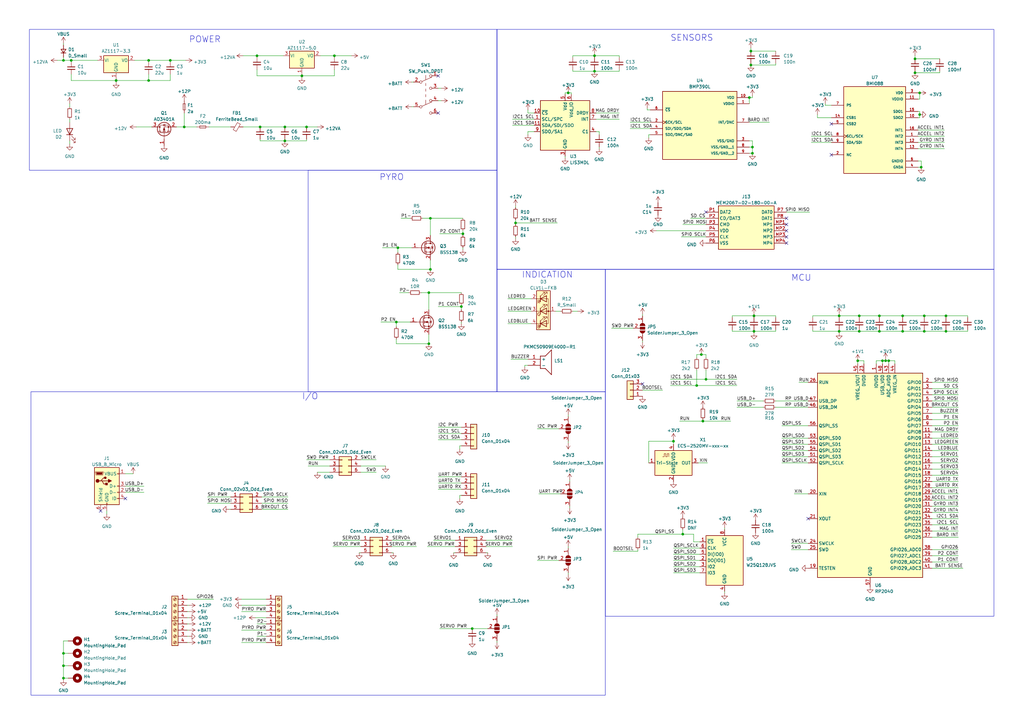
<source format=kicad_sch>
(kicad_sch (version 20230121) (generator eeschema)
  (paper "A3")
  (title_block (title "Maru") (date "2023-08-24") (rev "Alpha"))
  (junction (at 287.655 145.415))
  (junction (at 243.84 29.21))
  (junction (at 375.285 24.13))
  (junction (at 243.84 22.86))
  (junction (at 123.825 31.115))
  (junction (at 189.23 125.73))
  (junction (at 26.035 278.13))
  (junction (at 285.75 158.115))
  (junction (at 375.285 29.845))
  (junction (at 308.61 62.865))
  (junction (at 26.035 273.05))
  (junction (at 379.095 135.89))
  (junction (at 344.17 129.54))
  (junction (at 387.985 135.89))
  (junction (at 193.675 257.81))
  (junction (at 387.985 129.54))
  (junction (at 379.095 129.54))
  (junction (at 175.895 140.97))
  (junction (at 105.41 22.86))
  (junction (at 26.035 267.97))
  (junction (at 377.19 38.1))
  (junction (at 288.29 172.72))
  (junction (at 75.565 52.07))
  (junction (at 307.975 20.955))
  (junction (at 364.49 147.955))
  (junction (at 47.625 33.02))
  (junction (at 106.68 52.07))
  (junction (at 176.53 110.49))
  (junction (at 370.205 135.89))
  (junction (at 116.84 52.07))
  (junction (at 176.53 89.535))
  (junction (at 189.865 95.885))
  (junction (at 60.96 24.765))
  (junction (at 360.68 135.89))
  (junction (at 163.195 101.6))
  (junction (at 125.73 52.07))
  (junction (at 370.205 129.54))
  (junction (at 308.61 60.325))
  (junction (at 309.245 135.89))
  (junction (at 69.85 24.765))
  (junction (at 307.975 26.67))
  (junction (at 352.425 129.54))
  (junction (at 377.825 68.58))
  (junction (at 233.045 38.1))
  (junction (at 361.95 147.955))
  (junction (at 137.16 22.86))
  (junction (at 116.84 57.785))
  (junction (at 309.245 129.54))
  (junction (at 162.56 132.08))
  (junction (at 351.79 147.955))
  (junction (at 307.34 40.005))
  (junction (at 211.455 91.44))
  (junction (at 344.17 135.89))
  (junction (at 360.68 129.54))
  (junction (at 26.035 24.765))
  (junction (at 352.425 135.89))
  (junction (at 363.22 147.955))
  (junction (at 60.96 33.02))
  (junction (at 29.21 24.765))
  (junction (at 175.895 120.015))
  (junction (at 377.19 46.99))
  (junction (at 276.225 180.975))
  (junction (at 289.56 155.575))
  (junction (at 280.035 219.075))
  (no_connect (at 340.995 50.8))
  (no_connect (at 41.275 209.55))
  (no_connect (at 322.58 97.155))
  (no_connect (at 322.58 94.615))
  (no_connect (at 263.525 157.48))
  (no_connect (at 322.58 99.695))
  (no_connect (at 322.58 92.075))
  (no_connect (at 322.58 89.535))
  (no_connect (at 51.435 204.47))
  (no_connect (at 289.56 86.995))
  (no_connect (at 179.705 46.355))
  (no_connect (at 340.995 63.5))
  (no_connect (at 179.705 31.115))
  (no_connect (at 331.47 212.725))
  (wire (pts (xy 361.95 147.955) (xy 363.22 147.955)))
  (wire (pts (xy 354.33 147.955) (xy 354.33 149.225)))
  (wire (pts (xy 244.475 48.895) (xy 254 48.895)))
  (wire (pts (xy 163.83 120.015) (xy 167.64 120.015)))
  (wire (pts (xy 377.19 45.72) (xy 377.19 46.99)))
  (wire (pts (xy 26.035 23.495) (xy 26.035 24.765)))
  (wire (pts (xy 216.535 55.245) (xy 216.535 53.975)))
  (wire (pts (xy 285.75 145.415) (xy 285.75 146.685)))
  (wire (pts (xy 258.445 52.705) (xy 266.7 52.705)))
  (wire (pts (xy 382.27 200.025) (xy 393.065 200.025)))
  (wire (pts (xy 387.985 129.54) (xy 387.985 130.175)))
  (wire (pts (xy 274.955 155.575) (xy 289.56 155.575)))
  (wire (pts (xy 199.39 221.615) (xy 210.185 221.615)))
  (wire (pts (xy 209.55 147.32) (xy 216.535 147.32)))
  (wire (pts (xy 382.27 189.865) (xy 393.065 189.865)))
  (wire (pts (xy 179.705 175.26) (xy 189.23 175.26)))
  (wire (pts (xy 211.455 97.155) (xy 211.455 97.79)))
  (wire (pts (xy 244.475 53.975) (xy 245.745 53.975)))
  (wire (pts (xy 231.775 64.135) (xy 231.775 64.77)))
  (wire (pts (xy 234.95 22.86) (xy 243.84 22.86)))
  (wire (pts (xy 307.975 26.67) (xy 318.135 26.67)))
  (wire (pts (xy 261.62 226.06) (xy 261.62 225.425)))
  (wire (pts (xy 245.745 60.325) (xy 245.745 60.96)))
  (wire (pts (xy 176.53 110.49) (xy 163.195 110.49)))
  (wire (pts (xy 309.245 128.905) (xy 309.245 129.54)))
  (wire (pts (xy 47.625 33.655) (xy 47.625 33.02)))
  (wire (pts (xy 76.2 24.765) (xy 69.85 24.765)))
  (wire (pts (xy 308.61 60.325) (xy 308.61 57.785)))
  (wire (pts (xy 307.975 19.685) (xy 307.975 20.955)))
  (wire (pts (xy 243.84 22.86) (xy 243.84 23.495)))
  (wire (pts (xy 376.555 38.1) (xy 377.19 38.1)))
  (wire (pts (xy 51.435 199.39) (xy 59.055 199.39)))
  (wire (pts (xy 375.285 24.13) (xy 385.445 24.13)))
  (wire (pts (xy 180.34 257.81) (xy 193.675 257.81)))
  (wire (pts (xy 140.335 221.615) (xy 147.955 221.615)))
  (wire (pts (xy 177.8 221.615) (xy 186.69 221.615)))
  (wire (pts (xy 107.315 203.835) (xy 118.11 203.835)))
  (wire (pts (xy 379.095 129.54) (xy 387.985 129.54)))
  (wire (pts (xy 234.95 22.86) (xy 234.95 23.495)))
  (wire (pts (xy 359.41 149.225) (xy 359.41 147.955)))
  (wire (pts (xy 162.56 133.985) (xy 162.56 132.08)))
  (wire (pts (xy 244.475 46.355) (xy 254 46.355)))
  (wire (pts (xy 76.835 258.445) (xy 77.47 258.445)))
  (wire (pts (xy 168.91 43.815) (xy 169.545 43.815)))
  (wire (pts (xy 382.27 159.385) (xy 393.065 159.385)))
  (wire (pts (xy 344.17 135.89) (xy 333.375 135.89)))
  (wire (pts (xy 344.17 129.54) (xy 344.17 130.175)))
  (wire (pts (xy 324.485 225.425) (xy 331.47 225.425)))
  (wire (pts (xy 376.555 45.72) (xy 377.19 45.72)))
  (wire (pts (xy 308.61 62.865) (xy 308.61 60.325)))
  (wire (pts (xy 179.705 195.58) (xy 189.23 195.58)))
  (wire (pts (xy 76.835 248.285) (xy 77.47 248.285)))
  (wire (pts (xy 309.245 135.89) (xy 309.245 135.255)))
  (wire (pts (xy 285.75 158.115) (xy 302.26 158.115)))
  (wire (pts (xy 130.175 193.675) (xy 135.255 193.675)))
  (wire (pts (xy 163.195 101.6) (xy 168.91 101.6)))
  (wire (pts (xy 105.41 255.905) (xy 109.22 255.905)))
  (wire (pts (xy 211.455 90.17) (xy 211.455 91.44)))
  (wire (pts (xy 26.035 278.765) (xy 26.035 278.13)))
  (wire (pts (xy 179.705 198.12) (xy 189.23 198.12)))
  (wire (pts (xy 43.815 209.55) (xy 43.815 210.82)))
  (wire (pts (xy 318.135 135.89) (xy 318.135 135.255)))
  (wire (pts (xy 28.575 50.165) (xy 28.575 48.895)))
  (wire (pts (xy 175.895 120.015) (xy 189.23 120.015)))
  (wire (pts (xy 309.245 135.89) (xy 309.245 136.525)))
  (wire (pts (xy 105.41 260.985) (xy 109.22 260.985)))
  (wire (pts (xy 284.48 222.25) (xy 287.02 222.25)))
  (wire (pts (xy 69.85 33.02) (xy 60.96 33.02)))
  (wire (pts (xy 287.655 145.415) (xy 289.56 145.415)))
  (wire (pts (xy 208.28 127.635) (xy 217.805 127.635)))
  (wire (pts (xy 387.985 135.89) (xy 396.875 135.89)))
  (wire (pts (xy 261.62 219.075) (xy 280.035 219.075)))
  (wire (pts (xy 176.53 89.535) (xy 176.53 96.52)))
  (wire (pts (xy 26.035 267.97) (xy 27.94 267.97)))
  (wire (pts (xy 302.26 167.005) (xy 313.055 167.005)))
  (wire (pts (xy 106.68 57.785) (xy 106.68 57.15)))
  (wire (pts (xy 382.27 220.345) (xy 393.065 220.345)))
  (wire (pts (xy 28.575 57.785) (xy 28.575 59.055)))
  (wire (pts (xy 243.84 28.575) (xy 243.84 29.21)))
  (wire (pts (xy 26.035 278.13) (xy 26.035 273.05)))
  (wire (pts (xy 107.315 208.915) (xy 118.11 208.915)))
  (wire (pts (xy 324.485 222.885) (xy 331.47 222.885)))
  (wire (pts (xy 208.28 132.715) (xy 217.805 132.715)))
  (wire (pts (xy 131.445 22.86) (xy 137.16 22.86)))
  (wire (pts (xy 344.17 135.89) (xy 344.17 136.525)))
  (wire (pts (xy 188.595 184.15) (xy 188.595 182.88)))
  (wire (pts (xy 318.135 129.54) (xy 318.135 130.175)))
  (wire (pts (xy 189.865 94.615) (xy 189.865 95.885)))
  (wire (pts (xy 258.445 50.165) (xy 266.7 50.165)))
  (wire (pts (xy 363.22 147.955) (xy 364.49 147.955)))
  (wire (pts (xy 28.575 42.545) (xy 28.575 43.815)))
  (wire (pts (xy 302.26 164.465) (xy 313.055 164.465)))
  (wire (pts (xy 276.225 180.975) (xy 276.225 182.245)))
  (wire (pts (xy 116.84 52.07) (xy 106.68 52.07)))
  (wire (pts (xy 60.96 33.02) (xy 60.96 30.48)))
  (wire (pts (xy 375.285 29.845) (xy 385.445 29.845)))
  (wire (pts (xy 125.73 52.07) (xy 116.84 52.07)))
  (wire (pts (xy 382.27 192.405) (xy 393.065 192.405)))
  (wire (pts (xy 215.265 149.86) (xy 216.535 149.86)))
  (wire (pts (xy 266.065 189.865) (xy 266.065 180.975)))
  (wire (pts (xy 199.39 224.155) (xy 210.185 224.155)))
  (wire (pts (xy 320.675 189.865) (xy 331.47 189.865)))
  (wire (pts (xy 76.835 255.905) (xy 77.47 255.905)))
  (wire (pts (xy 376.555 60.96) (xy 387.35 60.96)))
  (wire (pts (xy 363.22 147.32) (xy 363.22 147.955)))
  (wire (pts (xy 105.41 22.86) (xy 105.41 23.495)))
  (wire (pts (xy 360.68 135.89) (xy 370.205 135.89)))
  (wire (pts (xy 179.705 41.275) (xy 180.975 41.275)))
  (wire (pts (xy 26.035 278.13) (xy 27.94 278.13)))
  (wire (pts (xy 332.74 55.88) (xy 340.995 55.88)))
  (wire (pts (xy 29.21 24.765) (xy 29.21 25.4)))
  (wire (pts (xy 234.95 127.635) (xy 236.855 127.635)))
  (wire (pts (xy 227.965 127.635) (xy 229.87 127.635)))
  (wire (pts (xy 188.595 203.2) (xy 189.23 203.2)))
  (wire (pts (xy 189.23 132.08) (xy 189.23 132.715)))
  (wire (pts (xy 280.035 219.075) (xy 284.48 219.075)))
  (wire (pts (xy 300.355 135.89) (xy 300.355 135.255)))
  (wire (pts (xy 352.425 129.54) (xy 352.425 130.175)))
  (wire (pts (xy 376.555 40.64) (xy 377.19 40.64)))
  (wire (pts (xy 376.555 55.88) (xy 387.35 55.88)))
  (wire (pts (xy 382.27 202.565) (xy 393.065 202.565)))
  (wire (pts (xy 234.95 29.21) (xy 234.95 28.575)))
  (wire (pts (xy 47.625 33.02) (xy 60.96 33.02)))
  (wire (pts (xy 385.445 29.21) (xy 385.445 29.845)))
  (wire (pts (xy 109.22 253.365) (xy 104.775 253.365)))
  (wire (pts (xy 309.245 129.54) (xy 318.135 129.54)))
  (wire (pts (xy 179.705 125.73) (xy 189.23 125.73)))
  (wire (pts (xy 278.765 172.72) (xy 288.29 172.72)))
  (wire (pts (xy 243.84 29.21) (xy 254 29.21)))
  (wire (pts (xy 263.525 128.905) (xy 263.525 129.54)))
  (wire (pts (xy 220.98 202.565) (xy 229.87 202.565)))
  (wire (pts (xy 263.525 160.02) (xy 271.78 160.02)))
  (wire (pts (xy 69.85 30.48) (xy 69.85 33.02)))
  (wire (pts (xy 60.96 24.765) (xy 60.96 25.4)))
  (wire (pts (xy 269.24 94.615) (xy 289.56 94.615)))
  (wire (pts (xy 338.455 43.18) (xy 338.455 42.545)))
  (wire (pts (xy 265.43 44.45) (xy 265.43 45.085)))
  (wire (pts (xy 370.205 135.89) (xy 379.095 135.89)))
  (wire (pts (xy 318.135 26.035) (xy 318.135 26.67)))
  (wire (pts (xy 370.205 129.54) (xy 370.205 130.175)))
  (wire (pts (xy 51.435 194.31) (xy 54.61 194.31)))
  (wire (pts (xy 188.595 182.88) (xy 189.23 182.88)))
  (wire (pts (xy 266.065 180.975) (xy 276.225 180.975)))
  (wire (pts (xy 116.84 57.15) (xy 116.84 57.785)))
  (wire (pts (xy 352.425 135.89) (xy 352.425 135.255)))
  (wire (pts (xy 300.355 129.54) (xy 300.355 130.175)))
  (wire (pts (xy 276.225 224.79) (xy 287.02 224.79)))
  (wire (pts (xy 85.09 203.835) (xy 94.615 203.835)))
  (wire (pts (xy 382.27 212.725) (xy 393.065 212.725)))
  (wire (pts (xy 137.16 22.86) (xy 144.145 22.86)))
  (wire (pts (xy 216.535 45.085) (xy 216.535 46.355)))
  (wire (pts (xy 137.16 22.86) (xy 137.16 23.495)))
  (wire (pts (xy 85.725 52.07) (xy 94.615 52.07)))
  (wire (pts (xy 265.43 45.085) (xy 266.7 45.085)))
  (wire (pts (xy 266.065 55.245) (xy 266.7 55.245)))
  (wire (pts (xy 285.75 145.415) (xy 287.655 145.415)))
  (wire (pts (xy 233.045 170.18) (xy 233.045 170.815)))
  (wire (pts (xy 379.095 129.54) (xy 379.095 130.175)))
  (wire (pts (xy 360.68 129.54) (xy 370.205 129.54)))
  (wire (pts (xy 283.21 89.535) (xy 289.56 89.535)))
  (wire (pts (xy 233.68 208.28) (xy 233.68 207.645)))
  (wire (pts (xy 200.025 226.695) (xy 199.39 226.695)))
  (wire (pts (xy 382.27 187.325) (xy 393.065 187.325)))
  (wire (pts (xy 147.955 188.595) (xy 154.305 188.595)))
  (wire (pts (xy 279.4 97.155) (xy 289.56 97.155)))
  (wire (pts (xy 168.91 33.655) (xy 169.545 33.655)))
  (wire (pts (xy 382.27 169.545) (xy 393.065 169.545)))
  (wire (pts (xy 69.85 25.4) (xy 69.85 24.765)))
  (wire (pts (xy 309.245 129.54) (xy 309.245 130.175)))
  (wire (pts (xy 335.28 46.99) (xy 335.28 48.26)))
  (wire (pts (xy 285.75 151.765) (xy 285.75 158.115)))
  (wire (pts (xy 307.34 50.165) (xy 315.595 50.165)))
  (wire (pts (xy 333.375 135.89) (xy 333.375 135.255)))
  (wire (pts (xy 382.27 177.165) (xy 393.065 177.165)))
  (wire (pts (xy 109.22 258.445) (xy 99.06 258.445)))
  (wire (pts (xy 288.29 172.085) (xy 288.29 172.72)))
  (wire (pts (xy 266.065 56.515) (xy 266.065 55.245)))
  (wire (pts (xy 318.135 164.465) (xy 331.47 164.465)))
  (wire (pts (xy 307.34 62.865) (xy 308.61 62.865)))
  (wire (pts (xy 382.27 161.925) (xy 393.065 161.925)))
  (wire (pts (xy 327.66 156.845) (xy 331.47 156.845)))
  (wire (pts (xy 193.675 257.81) (xy 200.025 257.81)))
  (wire (pts (xy 109.22 250.825) (xy 99.06 250.825)))
  (wire (pts (xy 93.98 208.915) (xy 94.615 208.915)))
  (wire (pts (xy 332.74 58.42) (xy 340.995 58.42)))
  (wire (pts (xy 297.18 243.205) (xy 297.18 242.57)))
  (wire (pts (xy 77.47 263.525) (xy 76.835 263.525)))
  (wire (pts (xy 164.465 89.535) (xy 168.275 89.535)))
  (wire (pts (xy 136.525 224.155) (xy 147.955 224.155)))
  (wire (pts (xy 243.84 29.21) (xy 234.95 29.21)))
  (wire (pts (xy 289.56 155.575) (xy 302.26 155.575)))
  (wire (pts (xy 359.41 147.955) (xy 361.95 147.955)))
  (wire (pts (xy 175.26 224.155) (xy 186.69 224.155)))
  (wire (pts (xy 130.175 52.07) (xy 125.73 52.07)))
  (wire (pts (xy 211.455 91.44) (xy 211.455 92.075)))
  (wire (pts (xy 320.675 174.625) (xy 331.47 174.625)))
  (wire (pts (xy 289.56 145.415) (xy 289.56 146.685)))
  (wire (pts (xy 105.41 28.575) (xy 105.41 31.115)))
  (wire (pts (xy 189.865 95.885) (xy 189.865 96.52)))
  (wire (pts (xy 55.88 52.07) (xy 62.23 52.07)))
  (wire (pts (xy 161.29 226.695) (xy 160.655 226.695)))
  (wire (pts (xy 360.68 135.89) (xy 360.68 135.255)))
  (wire (pts (xy 189.23 177.8) (xy 179.705 177.8)))
  (wire (pts (xy 203.835 252.095) (xy 203.835 252.73)))
  (wire (pts (xy 320.675 187.325) (xy 331.47 187.325)))
  (wire (pts (xy 173.355 89.535) (xy 176.53 89.535)))
  (wire (pts (xy 333.375 129.54) (xy 344.17 129.54)))
  (wire (pts (xy 382.27 174.625) (xy 393.065 174.625)))
  (wire (pts (xy 382.27 225.425) (xy 393.065 225.425)))
  (wire (pts (xy 307.34 40.005) (xy 307.34 42.545)))
  (wire (pts (xy 26.035 18.415) (xy 26.035 17.78)))
  (wire (pts (xy 376.555 53.34) (xy 387.35 53.34)))
  (wire (pts (xy 26.035 267.97) (xy 26.035 262.89)))
  (wire (pts (xy 137.16 31.115) (xy 137.16 28.575)))
  (wire (pts (xy 382.27 167.005) (xy 393.065 167.005)))
  (wire (pts (xy 308.61 57.785) (xy 307.34 57.785)))
  (wire (pts (xy 254 22.86) (xy 254 23.495)))
  (wire (pts (xy 370.205 135.89) (xy 370.205 135.255)))
  (wire (pts (xy 309.245 135.89) (xy 318.135 135.89)))
  (wire (pts (xy 107.315 206.375) (xy 118.11 206.375)))
  (wire (pts (xy 220.345 229.87) (xy 229.235 229.87)))
  (wire (pts (xy 288.29 172.72) (xy 299.72 172.72)))
  (wire (pts (xy 335.28 48.26) (xy 340.995 48.26)))
  (wire (pts (xy 377.825 66.04) (xy 377.825 68.58)))
  (wire (pts (xy 99.06 245.745) (xy 109.22 245.745)))
  (wire (pts (xy 377.19 40.64) (xy 377.19 38.1)))
  (wire (pts (xy 26.035 24.765) (xy 29.21 24.765)))
  (wire (pts (xy 175.895 137.16) (xy 175.895 140.97)))
  (wire (pts (xy 382.27 215.265) (xy 393.065 215.265)))
  (wire (pts (xy 276.225 227.33) (xy 287.02 227.33)))
  (wire (pts (xy 147.955 191.135) (xy 158.115 191.135)))
  (wire (pts (xy 156.845 101.6) (xy 163.195 101.6)))
  (wire (pts (xy 23.495 24.765) (xy 26.035 24.765)))
  (wire (pts (xy 162.56 140.97) (xy 162.56 139.065)))
  (wire (pts (xy 320.675 179.705) (xy 331.47 179.705)))
  (wire (pts (xy 163.195 110.49) (xy 163.195 108.585)))
  (wire (pts (xy 338.455 43.18) (xy 340.995 43.18)))
  (wire (pts (xy 99.06 248.285) (xy 109.22 248.285)))
  (wire (pts (xy 233.045 181.61) (xy 233.045 180.975)))
  (wire (pts (xy 233.045 235.585) (xy 233.045 234.95)))
  (wire (pts (xy 233.68 196.85) (xy 233.68 197.485)))
  (wire (pts (xy 215.265 150.495) (xy 215.265 149.86)))
  (wire (pts (xy 186.055 226.695) (xy 186.69 226.695)))
  (wire (pts (xy 376.555 58.42) (xy 387.35 58.42)))
  (wire (pts (xy 40.005 24.765) (xy 29.21 24.765)))
  (wire (pts (xy 26.035 262.89) (xy 27.94 262.89)))
  (wire (pts (xy 116.84 57.785) (xy 106.68 57.785)))
  (wire (pts (xy 300.355 129.54) (xy 309.245 129.54)))
  (wire (pts (xy 280.035 92.075) (xy 289.56 92.075)))
  (wire (pts (xy 60.96 24.765) (xy 69.85 24.765)))
  (wire (pts (xy 76.835 245.745) (xy 87.63 245.745)))
  (wire (pts (xy 308.61 40.005) (xy 307.34 40.005)))
  (wire (pts (xy 116.205 22.86) (xy 105.41 22.86)))
  (wire (pts (xy 344.17 128.905) (xy 344.17 129.54)))
  (wire (pts (xy 361.95 147.955) (xy 361.95 149.225)))
  (wire (pts (xy 382.27 205.105) (xy 393.065 205.105)))
  (wire (pts (xy 276.225 180.34) (xy 276.225 180.975)))
  (wire (pts (xy 29.21 30.48) (xy 29.21 33.02)))
  (wire (pts (xy 29.21 33.02) (xy 47.625 33.02)))
  (wire (pts (xy 370.205 129.54) (xy 379.095 129.54)))
  (wire (pts (xy 147.32 226.695) (xy 147.955 226.695)))
  (wire (pts (xy 382.27 227.965) (xy 393.065 227.965)))
  (wire (pts (xy 344.17 135.89) (xy 352.425 135.89)))
  (wire (pts (xy 72.39 52.07) (xy 75.565 52.07)))
  (wire (pts (xy 176.53 106.68) (xy 176.53 110.49)))
  (wire (pts (xy 189.23 125.095) (xy 189.23 125.73)))
  (wire (pts (xy 382.27 233.045) (xy 394.97 233.045)))
  (wire (pts (xy 175.895 120.015) (xy 175.895 127)))
  (wire (pts (xy 375.285 29.21) (xy 375.285 29.845)))
  (wire (pts (xy 189.23 180.34) (xy 179.705 180.34)))
  (wire (pts (xy 276.225 234.95) (xy 287.02 234.95)))
  (wire (pts (xy 387.985 129.54) (xy 396.875 129.54)))
  (wire (pts (xy 379.095 135.89) (xy 379.095 135.255)))
  (wire (pts (xy 382.27 194.945) (xy 393.065 194.945)))
  (wire (pts (xy 156.21 132.08) (xy 162.56 132.08)))
  (wire (pts (xy 163.195 103.505) (xy 163.195 101.6)))
  (wire (pts (xy 210.185 48.895) (xy 219.075 48.895)))
  (wire (pts (xy 331.47 202.565) (xy 325.755 202.565)))
  (wire (pts (xy 172.72 120.015) (xy 175.895 120.015)))
  (wire (pts (xy 367.03 147.955) (xy 367.03 149.225)))
  (wire (pts (xy 261.62 219.075) (xy 261.62 220.345)))
  (wire (pts (xy 250.825 134.62) (xy 259.715 134.62)))
  (wire (pts (xy 297.18 216.535) (xy 297.18 217.17)))
  (wire (pts (xy 351.79 147.955) (xy 351.79 149.225)))
  (wire (pts (xy 123.825 31.75) (xy 123.825 31.115)))
  (wire (pts (xy 318.135 167.005) (xy 331.47 167.005)))
  (wire (pts (xy 387.985 135.89) (xy 387.985 135.255)))
  (wire (pts (xy 188.595 204.47) (xy 188.595 203.2)))
  (wire (pts (xy 77.47 253.365) (xy 76.835 253.365)))
  (wire (pts (xy 123.825 31.115) (xy 137.16 31.115)))
  (wire (pts (xy 396.875 129.54) (xy 396.875 130.175)))
  (wire (pts (xy 77.47 250.825) (xy 76.835 250.825)))
  (wire (pts (xy 26.035 273.05) (xy 26.035 267.97)))
  (wire (pts (xy 210.185 51.435) (xy 219.075 51.435)))
  (wire (pts (xy 377.19 46.99) (xy 377.19 48.26)))
  (wire (pts (xy 333.375 129.54) (xy 333.375 130.175)))
  (wire (pts (xy 396.875 135.89) (xy 396.875 135.255)))
  (wire (pts (xy 99.695 22.86) (xy 105.41 22.86)))
  (wire (pts (xy 47.625 32.385) (xy 47.625 33.02)))
  (wire (pts (xy 179.705 36.195) (xy 180.975 36.195)))
  (wire (pts (xy 160.655 224.155) (xy 170.815 224.155)))
  (wire (pts (xy 233.045 38.1) (xy 234.315 38.1)))
  (wire (pts (xy 179.705 200.66) (xy 189.23 200.66)))
  (wire (pts (xy 320.675 184.785) (xy 331.47 184.785)))
  (wire (pts (xy 376.555 48.26) (xy 377.19 48.26)))
  (wire (pts (xy 300.355 135.89) (xy 309.245 135.89)))
  (wire (pts (xy 376.555 66.04) (xy 377.825 66.04)))
  (wire (pts (xy 243.84 22.86) (xy 254 22.86)))
  (wire (pts (xy 382.27 230.505) (xy 393.065 230.505)))
  (wire (pts (xy 125.73 57.785) (xy 116.84 57.785)))
  (wire (pts (xy 189.23 125.73) (xy 189.23 127)))
  (wire (pts (xy 175.895 140.97) (xy 162.56 140.97)))
  (wire (pts (xy 364.49 147.955) (xy 367.03 147.955)))
  (wire (pts (xy 307.975 26.035) (xy 307.975 26.67)))
  (wire (pts (xy 75.565 46.355) (xy 75.565 52.07)))
  (wire (pts (xy 125.73 57.15) (xy 125.73 57.785)))
  (wire (pts (xy 126.365 191.135) (xy 135.255 191.135)))
  (wire (pts (xy 233.045 224.155) (xy 233.045 224.79)))
  (wire (pts (xy 308.61 39.37) (xy 308.61 40.005)))
  (wire (pts (xy 382.27 210.185) (xy 393.065 210.185)))
  (wire (pts (xy 85.09 206.375) (xy 94.615 206.375)))
  (wire (pts (xy 216.535 53.975) (xy 219.075 53.975)))
  (wire (pts (xy 26.035 273.05) (xy 27.94 273.05)))
  (wire (pts (xy 382.27 207.645) (xy 393.065 207.645)))
  (wire (pts (xy 105.41 31.115) (xy 123.825 31.115)))
  (wire (pts (xy 176.53 89.535) (xy 189.865 89.535)))
  (wire (pts (xy 123.825 30.48) (xy 123.825 31.115)))
  (wire (pts (xy 382.27 217.805) (xy 393.065 217.805)))
  (wire (pts (xy 211.455 84.455) (xy 211.455 85.09)))
  (wire (pts (xy 109.22 263.525) (xy 99.06 263.525)))
  (wire (pts (xy 307.975 20.955) (xy 318.135 20.955)))
  (wire (pts (xy 274.955 158.115) (xy 285.75 158.115)))
  (wire (pts (xy 307.34 60.325) (xy 308.61 60.325)))
  (wire (pts (xy 382.27 172.085) (xy 393.065 172.085)))
  (wire (pts (xy 364.49 147.955) (xy 364.49 149.225)))
  (wire (pts (xy 289.56 151.765) (xy 289.56 155.575)))
  (wire (pts (xy 376.555 68.58) (xy 377.825 68.58)))
  (wire (pts (xy 375.285 22.86) (xy 375.285 24.13)))
  (wire (pts (xy 189.865 101.6) (xy 189.865 102.235)))
  (wire (pts (xy 382.27 179.705) (xy 393.065 179.705)))
  (wire (pts (xy 75.565 52.07) (xy 80.645 52.07)))
  (wire (pts (xy 280.035 217.17) (xy 280.035 219.075)))
  (wire (pts (xy 284.48 219.075) (xy 284.48 222.25)))
  (wire (pts (xy 322.58 86.995) (xy 332.105 86.995)))
  (wire (pts (xy 180.34 95.885) (xy 189.865 95.885)))
  (wire (pts (xy 251.46 226.06) (xy 261.62 226.06)))
  (wire (pts (xy 220.345 175.895) (xy 229.235 175.895)))
  (wire (pts (xy 233.045 38.1) (xy 231.775 38.1)))
  (wire (pts (xy 290.195 189.865) (xy 286.385 189.865)))
  (wire (pts (xy 125.73 188.595) (xy 135.255 188.595)))
  (wire (pts (xy 234.315 38.1) (xy 234.315 38.735)))
  (wire (pts (xy 51.435 201.93) (xy 59.055 201.93)))
  (wire (pts (xy 243.84 22.225) (xy 243.84 22.86)))
  (wire (pts (xy 55.245 24.765) (xy 60.96 24.765)))
  (wire (pts (xy 76.835 260.985) (xy 77.47 260.985)))
  (wire (pts (xy 352.425 135.89) (xy 360.68 135.89)))
  (wire (pts (xy 382.27 156.845) (xy 393.065 156.845)))
  (wire (pts (xy 147.955 193.675) (xy 154.305 193.675)))
  (wire (pts (xy 203.835 263.525) (xy 203.835 262.89)))
  (wire (pts (xy 379.095 135.89) (xy 387.985 135.89)))
  (wire (pts (xy 263.525 140.335) (xy 263.525 139.7)))
  (wire (pts (xy 276.225 229.87) (xy 287.02 229.87)))
  (wire (pts (xy 231.775 38.1) (xy 231.775 38.735)))
  (wire (pts (xy 352.425 129.54) (xy 360.68 129.54)))
  (wire (pts (xy 208.28 122.555) (xy 217.805 122.555)))
  (wire (pts (xy 360.68 129.54) (xy 360.68 130.175)))
  (wire (pts (xy 320.675 182.245) (xy 331.47 182.245)))
  (wire (pts (xy 160.655 221.615) (xy 168.275 221.615)))
  (wire (pts (xy 106.68 52.07) (xy 99.695 52.07)))
  (wire (pts (xy 211.455 91.44) (xy 228.6 91.44)))
  (wire (pts (xy 382.27 182.245) (xy 393.065 182.245)))
  (wire (pts (xy 245.745 53.975) (xy 245.745 55.245)))
  (wire (pts (xy 254 28.575) (xy 254 29.21)))
  (wire (pts (xy 216.535 46.355) (xy 219.075 46.355)))
  (wire (pts (xy 162.56 132.08) (xy 168.275 132.08)))
  (wire (pts (xy 344.17 129.54) (xy 352.425 129.54)))
  (wire (pts (xy 344.17 135.89) (xy 344.17 135.255)))
  (wire (pts (xy 382.27 184.785) (xy 393.065 184.785)))
  (wire (pts (xy 382.27 164.465) (xy 393.065 164.465)))
  (wire (pts (xy 351.79 147.955) (xy 354.33 147.955)))
  (wire (pts (xy 382.27 197.485) (xy 393.065 197.485)))
  (wire (pts (xy 276.225 232.41) (xy 287.02 232.41)))
  (rectangle (start 12.7 160.655) (end 248.285 285.115))
  (rectangle (start 203.835 12.065) (end 407.67 110.49))
  (rectangle (start 203.835 110.49) (end 248.285 160.655))
  (rectangle (start 12.065 12.065) (end 203.835 69.85))
  (rectangle (start 248.285 110.49) (end 407.67 252.73))
  (rectangle (start 126.365 69.85) (end 203.835 160.655))
  (text "I/O\n\n" (at 123.825 168.275 0) (effects (font (size 2.54 2.54)) (justify left bottom)))
  (text "SENSORS\n" (at 274.955 17.145 0) (effects (font (size 2.54 2.54)) (justify left bottom)))
  (text "INDICATION" (at 213.995 114.3 0) (effects (font (size 2.54 2.54)) (justify left bottom)))
  (text "PYRO" (at 155.575 74.295 0) (effects (font (size 2.54 2.54)) (justify left bottom)))
  (text "POWER\n" (at 77.47 17.78 0) (effects (font (size 2.54 2.54)) (justify left bottom)))
  (text "MCU" (at 324.485 115.57 0) (effects (font (size 2.54 2.54)) (justify left bottom)))
  (label "BUZZER" (at 393.065 169.545 180))
  (label "SERVO4" (at 393.065 194.945 180))
  (label "P1 CONT" (at 179.705 125.73 0))
  (label "QSPI_SD3" (at 320.675 187.325 0))
  (label "QSPI_SD3" (at 276.225 234.95 0))
  (label "UART0 TX" (at 393.065 197.485 180))
  (label "P1-" (at 105.41 260.985 0))
  (label "I2C1 SCL" (at 210.185 48.895 0))
  (label "LEDGREEN" (at 208.28 127.635 0))
  (label "QSPI_SDO" (at 276.225 227.33 0))
  (label "SPI0 SCLK" (at 393.065 161.925 180))
  (label "QSPI_SCLK" (at 276.225 224.79 0))
  (label "SERVO PWR" (at 170.815 224.155 180))
  (label "P1-" (at 164.465 89.535 0))
  (label "SPI0 SCLK" (at 279.4 97.155 0))
  (label "GYRO INT3" (at 393.065 207.645 180))
  (label "I2C1 SDA" (at 332.74 58.42 0))
  (label "SWD PWR" (at 250.825 134.62 0))
  (label "P2 EN" (at 156.21 132.08 0))
  (label "BOOTSEL" (at 251.46 226.06 0))
  (label "I2C1 SCL" (at 274.955 158.115 0))
  (label "SPI0 MOSI" (at 85.09 206.375 0))
  (label "P2 CONT" (at 393.065 227.965 180))
  (label "RP USB_D-" (at 321.945 167.005 0))
  (label "RUN" (at 278.765 172.72 0))
  (label "I2C1 SCL" (at 179.705 177.8 0))
  (label "SERVO PWR" (at 180.34 257.81 0))
  (label "UART PWR" (at 220.98 202.565 0))
  (label "USB_D+" (at 302.26 164.465 0))
  (label "GYRO INT4" (at 387.35 60.96 180))
  (label "SWD PWR" (at 125.73 188.595 0))
  (label "BUZZER" (at 209.55 147.32 0))
  (label "I2C PWR" (at 220.345 175.895 0))
  (label "RP USB_D+" (at 321.945 164.465 0))
  (label "PYRO PWR" (at 99.06 263.525 0))
  (label "I2C1 SDA" (at 258.445 52.705 0))
  (label "I2C1 SDA" (at 393.065 212.725 180))
  (label "USB_D-" (at 302.26 167.005 0))
  (label "QSPI_SD1" (at 320.675 182.245 0))
  (label "I2C1 SCL" (at 302.26 158.115 180))
  (label "SPI0 MOSI" (at 280.035 92.075 0))
  (label "USB_D+" (at 59.055 199.39 180))
  (label "GYRO INT4" (at 393.065 210.185 180))
  (label "GPIO26" (at 393.065 225.425 180))
  (label "ACCEL INT1" (at 393.065 202.565 180))
  (label "P2 CONT" (at 180.34 95.885 0))
  (label "SPI0 MISO" (at 332.105 86.995 180))
  (label "I2C PWR" (at 179.705 175.26 0))
  (label "ACCEL INT2" (at 393.065 205.105 180))
  (label "P1 EN" (at 393.065 172.085 180))
  (label "BRKOUT CS" (at 118.11 208.915 180))
  (label "GPIO26" (at 87.63 245.745 180))
  (label "LEDBLUE" (at 393.065 184.785 180))
  (label "SWD" (at 154.305 193.675 180))
  (label "SERVO PWR" (at 175.26 224.155 0))
  (label "SWCLK" (at 324.485 222.885 0))
  (label "UART PWR" (at 179.705 195.58 0))
  (label "LEDRED" (at 208.28 122.555 0))
  (label "QSPI_SS" (at 268.605 219.075 0))
  (label "BARO INT" (at 315.595 50.165 180))
  (label "SWCLK" (at 154.305 188.595 180))
  (label "QSPI_SCLK" (at 320.675 189.865 0))
  (label "P2 EN" (at 393.065 174.625 180))
  (label "MAG INT" (at 393.065 217.805 180))
  (label "XIN" (at 325.755 202.565 0))
  (label "SERVO1" (at 393.065 187.325 180))
  (label "QSPI_SD2" (at 276.225 232.41 0))
  (label "LEDRED" (at 393.065 179.705 180))
  (label "MAG DRDY" (at 254 46.355 180))
  (label "P2-" (at 105.41 255.905 0))
  (label "ACCEL INT1" (at 387.35 53.34 180))
  (label "I2C1 SCL" (at 393.065 215.265 180))
  (label "I2C1 SDA" (at 179.705 180.34 0))
  (label "P1 CONT" (at 393.065 230.505 180))
  (label "QSPI_SD2" (at 320.675 184.785 0))
  (label "SERVO2" (at 210.185 221.615 180))
  (label "SPI0 SCLK" (at 118.11 203.835 180))
  (label "SERVO4" (at 168.275 221.615 180))
  (label "ACCEL INT2" (at 387.35 55.88 180))
  (label "XIN" (at 290.195 189.865 180))
  (label "SERVO3" (at 393.065 192.405 180))
  (label "I2C1 SDA" (at 274.955 155.575 0))
  (label "RUN" (at 327.66 156.845 0))
  (label "SD CS" (at 283.21 89.535 0))
  (label "QSPI_SDO" (at 320.675 179.705 0))
  (label "SERVO1" (at 177.8 221.615 0))
  (label "UART0 RX" (at 393.065 200.025 180))
  (label "BRKOUT CS" (at 393.065 167.005 180))
  (label "QSPI_SD1" (at 276.225 229.87 0))
  (label "SPI0 MISO" (at 393.065 156.845 180))
  (label "SERVO PWR" (at 136.525 224.155 0))
  (label "SD CS" (at 393.065 159.385 180))
  (label "MAG DRDY" (at 393.065 177.165 180))
  (label "BOOTSEL" (at 271.78 160.02 180))
  (label "SPI PWR" (at 85.09 203.835 0))
  (label "LEDGREEN" (at 393.065 182.245 180))
  (label "PYRO PWR" (at 99.06 258.445 0))
  (label "USB_D-" (at 59.055 201.93 180))
  (label "SERVO2" (at 393.065 189.865 180))
  (label "RUN" (at 126.365 191.135 0))
  (label "UART0 TX" (at 179.705 198.12 0))
  (label "P2-" (at 163.83 120.015 0))
  (label "UART0 RX" (at 179.705 200.66 0))
  (label "LEDBLUE" (at 208.28 132.715 0))
  (label "BATT SENSE" (at 394.97 233.045 180))
  (label "SPI0 MOSI" (at 393.065 164.465 180))
  (label "SWD" (at 324.485 225.425 0))
  (label "I2C1 SCL" (at 258.445 50.165 0))
  (label "SERVO PWR" (at 210.185 224.155 180))
  (label "I2C1 SDA" (at 302.26 155.575 180))
  (label "SERVO3" (at 140.335 221.615 0))
  (label "I2C1 SDA" (at 210.185 51.435 0))
  (label "P1 EN" (at 156.845 101.6 0))
  (label "MAG INT" (at 254 48.895 180))
  (label "I2C1 SCL" (at 332.74 55.88 0))
  (label "SPI PWR" (at 220.345 229.87 0))
  (label "GYRO INT3" (at 387.35 58.42 180))
  (label "BATT SENSE" (at 228.6 91.44 180))
  (label "BARO INT" (at 393.065 220.345 180))
  (label "RUN" (at 299.72 172.72 180))
  (label "PYRO PWR" (at 99.06 250.825 0))
  (label "SPI0 MISO" (at 118.11 206.375 180))
  (label "QSPI_SS" (at 320.675 174.625 0))
  (symbol (lib_id "power:+12VA") (at 99.695 22.86 90) (unit 1)
    (property "Reference" "#PWR022" (effects hide))
    (property "Value" "+12VA" (at 96.52 23.495 90) (effects (justify left)))
  )
  (symbol (lib_id "Device:C_Small") (at 318.135 23.495 0) (unit 1)
    (property "Reference" "C19" (at 321.31 22.8663 0) (effects (justify left)))
    (property "Value" "100n" (at 321.31 25.4063 0) (effects (justify left)))
    (property "Footprint" "Capacitor_SMD:C_0603_1608Metric" (effects hide))
  )
  (symbol (lib_id "Device:C_Small") (at 344.17 132.715 0) (unit 1)
    (property "Reference" "C22" (at 346.71 132.0863 0) (effects (justify left)))
    (property "Value" "100n" (at 346.71 134.6263 0) (effects (justify left)))
    (property "Footprint" "Capacitor_SMD:C_0603_1608Metric" (effects hide))
  )
  (symbol (lib_id "power:GND") (at 161.29 226.695 0) (unit 1)
    (property "Reference" "#PWR030" (effects hide))
    (property "Value" "GND" (at 161.29 231.14 0))
  )
  (symbol (lib_id "power:+BATT") (at 168.91 43.815 90) (unit 1)
    (property "Reference" "#PWR032" (effects hide))
    (property "Value" "+BATT" (at 165.1 44.45 90) (effects (justify left)))
  )
  (symbol (lib_id "Device:C_Small") (at 375.285 26.67 0) (unit 1)
    (property "Reference" "C26" (at 378.46 26.0413 0) (effects (justify left)))
    (property "Value" "100nf" (at 378.46 28.5813 0) (effects (justify left)))
    (property "Footprint" "Capacitor_SMD:C_0603_1608Metric" (effects hide))
  )
  (symbol (lib_id "power:+12V") (at 77.47 255.905 270) (unit 1)
    (property "Reference" "#PWR015" (effects hide))
    (property "Value" "+12V" (at 81.28 255.905 90) (effects (justify left)))
  )
  (symbol (lib_id "power:GND") (at 263.525 162.56 0) (unit 1)
    (property "Reference" "#PWR065" (effects hide))
    (property "Value" "GND" (at 263.525 167.005 0))
  )
  (symbol (lib_id "power:+3V3") (at 233.045 235.585 180) (unit 1)
    (property "Reference" "#PWR056" (effects hide))
    (property "Value" "+3V3" (at 233.045 240.665 0))
  )
  (symbol (lib_id "Device:R_Small") (at 261.62 222.885 0) (unit 1)
    (property "Reference" "R13" (at 263.525 222.25 0) (effects (justify left)))
    (property "Value" "1k" (at 263.525 224.79 0) (effects (justify left)))
    (property "Footprint" "Resistor_SMD:R_0603_1608Metric" (effects hide))
  )
  (symbol (lib_id "power:+12V") (at 55.88 52.07 90) (unit 1)
    (property "Reference" "#PWR026" (effects hide))
    (property "Value" "+12V" (at 52.07 52.705 90) (effects (justify left)))
  )
  (symbol (lib_id "power:+BATT") (at 77.47 263.525 270) (unit 1)
    (property "Reference" "#PWR018" (effects hide))
    (property "Value" "+BATT" (at 80.645 263.525 90) (effects (justify left)))
  )
  (symbol (lib_id "power:+5V") (at 263.525 128.905 0) (unit 1)
    (property "Reference" "#PWR063" (effects hide))
    (property "Value" "+5V" (at 263.525 125.095 0))
  )
  (symbol (lib_id "Transistor_FET:BSS138") (at 173.99 101.6 0) (unit 1)
    (property "Reference" "Q3" (at 180.34 100.965 0) (effects (justify left)))
    (property "Value" "BSS138" (at 180.34 103.505 0) (effects (justify left)))
    (property "Footprint" "Package_TO_SOT_SMD:SOT-23" (effects hide))
    (property "Datasheet" "https://www.onsemi.com/pub/Collateral/BSS138-D.PDF" (effects hide))
  )
  (symbol (lib_id "Device:C_Small") (at 396.875 132.715 0) (unit 1)
    (property "Reference" "C30" (at 399.415 132.0863 0) (effects (justify left)))
    (property "Value" "100n" (at 399.415 134.6263 0) (effects (justify left)))
    (property "Footprint" "Capacitor_SMD:C_0603_1608Metric" (effects hide))
  )
  (symbol (lib_id "power:GND") (at 309.88 218.44 0) (unit 1)
    (property "Reference" "#PWR085" (effects hide))
    (property "Value" "GND" (at 309.88 222.885 0))
  )
  (symbol (lib_id "power:GND") (at 158.115 191.135 0) (unit 1)
    (property "Reference" "#PWR066" (effects hide))
    (property "Value" "GND" (at 158.115 195.58 0))
  )
  (symbol (lib_id "Device:R_Small") (at 189.865 99.06 0) (unit 1)
    (property "Reference" "R9" (at 192.405 98.425 0) (effects (justify left)))
    (property "Value" "6k" (at 192.405 100.965 0) (effects (justify left)))
    (property "Footprint" "Resistor_SMD:R_0603_1608Metric" (effects hide))
  )
  (symbol (lib_id "power:+3V3") (at 265.43 44.45 0) (unit 1)
    (property "Reference" "#PWR067" (effects hide))
    (property "Value" "+3V3" (at 265.43 40.64 0))
  )
  (symbol (lib_id "Device:R_Small") (at 189.23 129.54 0) (unit 1)
    (property "Reference" "R7" (at 191.77 128.905 0) (effects (justify left)))
    (property "Value" "6k" (at 191.77 131.445 0) (effects (justify left)))
    (property "Footprint" "Resistor_SMD:R_0603_1608Metric" (effects hide))
  )
  (symbol (lib_id "Device:R_Small") (at 170.18 120.015 90) (unit 1)
    (property "Reference" "R4" (at 170.18 114.935 90))
    (property "Value" "10R" (at 170.18 117.475 90))
    (property "Footprint" "Resistor_SMD:R_0603_1608Metric" (effects hide))
  )
  (symbol (lib_id "Device:R_Small") (at 163.195 106.045 180) (unit 1)
    (property "Reference" "R3" (at 165.1 105.41 0) (effects (justify right)))
    (property "Value" "470R" (at 165.1 107.95 0) (effects (justify right)))
    (property "Footprint" "Resistor_SMD:R_0603_1608Metric" (effects hide))
  )
  (symbol (lib_id "Device:R_Small") (at 28.575 46.355 180) (unit 1)
    (property "Reference" "R1" (at 30.48 45.72 0) (effects (justify right)))
    (property "Value" "1k" (at 30.48 48.26 0) (effects (justify right)))
    (property "Footprint" "Resistor_SMD:R_0603_1608Metric" (effects hide))
  )
  (symbol (lib_id "power:GND") (at 309.245 136.525 0) (unit 1)
    (property "Reference" "#PWR083" (effects hide))
    (property "Value" "GND" (at 309.245 141.605 0))
  )
  (symbol (lib_id "Device:R_Small") (at 211.455 94.615 0) (unit 1)
    (property "Reference" "R11" (at 213.36 93.98 0) (effects (justify left)))
    (property "Value" "6k" (at 213.36 96.52 0) (effects (justify left)))
    (property "Footprint" "Resistor_SMD:R_0603_1608Metric" (effects hide))
  )
  (symbol (lib_id "power:+3V3") (at 288.29 167.005 0) (unit 1)
    (property "Reference" "#PWR0101" (effects hide))
    (property "Value" "+3V3" (at 288.29 163.195 0))
  )
  (symbol (lib_id "power:+12V") (at 211.455 84.455 0) (unit 1)
    (property "Reference" "#PWR046" (effects hide))
    (property "Value" "+12V" (at 211.455 80.645 0))
  )
  (symbol (lib_id "power:GND") (at 130.175 193.675 0) (unit 1)
    (property "Reference" "#PWR027" (effects hide))
    (property "Value" "GND" (at 132.715 195.58 0) (effects (justify left)))
  )
  (symbol (lib_id "Connector_Generic:Conn_01x04") (at 194.31 177.8 0) (unit 1)
    (property "Reference" "J10" (at 197.485 178.435 0) (effects (justify left)))
    (property "Value" "Conn_01x04" (at 197.485 180.975 0) (effects (justify left)))
    (property "Footprint" "Connector_PinHeader_2.54mm:PinHeader_1x04_P2.54mm_Vertical" (effects hide))
  )
  (symbol (lib_id "power:+3V3") (at 233.045 181.61 180) (unit 1)
    (property "Reference" "#PWR054" (effects hide))
    (property "Value" "+3V3" (at 233.045 186.69 0))
  )
  (symbol (lib_id "power:+12VA") (at 130.175 52.07 270) (unit 1)
    (property "Reference" "#PWR08" (effects hide))
    (property "Value" "+12VA" (at 133.35 52.705 90) (effects (justify left)))
  )
  (symbol (lib_id "power:GND") (at 28.575 59.055 0) (unit 1)
    (property "Reference" "#PWR04" (effects hide))
    (property "Value" "GND" (at 28.575 64.135 0))
  )
  (symbol (lib_id "power:+3V3") (at 243.84 22.225 0) (unit 1)
    (property "Reference" "#PWR060" (effects hide))
    (property "Value" "+3V3" (at 243.84 19.05 0))
  )
  (symbol (lib_id "power:+5V") (at 77.47 250.825 270) (unit 1)
    (property "Reference" "#PWR013" (effects hide))
    (property "Value" "+5V" (at 80.645 250.825 90) (effects (justify left)))
  )
  (symbol (lib_id "Connector:Screw_Terminal_01x04") (at 114.3 258.445 0) (unit 1)
    (property "Reference" "J6" (at 117.475 259.08 0) (effects (justify left)))
    (property "Value" "Screw_Terminal_01x04" (at 117.475 261.62 0) (effects (justify left)))
    (property "Footprint" "TerminalBlock:TerminalBlock_bornier-4_P5.08mm" (effects hide))
  )
  (symbol (lib_id "power:GND") (at 43.815 210.82 0) (unit 1)
    (property "Reference" "#PWR05" (effects hide))
    (property "Value" "GND" (at 43.815 215.9 0))
  )
  (symbol (lib_id "power:GND") (at 308.61 62.865 0) (unit 1)
    (property "Reference" "#PWR081" (effects hide))
    (property "Value" "GND" (at 308.61 67.31 0))
  )
  (symbol (lib_id "power:GND") (at 231.775 64.77 0) (unit 1)
    (property "Reference" "#PWR051" (effects hide))
    (property "Value" "GND" (at 231.775 69.215 0))
  )
  (symbol (lib_id "power:GND") (at 189.23 132.715 0) (unit 1)
    (property "Reference" "#PWR040" (effects hide))
    (property "Value" "GND" (at 189.23 137.16 0))
  )
  (symbol (lib_id "Device:C_Small") (at 60.96 27.94 0) (unit 1)
    (property "Reference" "C2" (at 63.5 27.3113 0) (effects (justify left)))
    (property "Value" "22u" (at 63.5 29.8513 0) (effects (justify left)))
    (property "Footprint" "Capacitor_SMD:C_0805_2012Metric" (effects hide))
  )
  (symbol (lib_id "SamacSys_Parts:MEM2067-02-180-00-A") (at 289.56 86.995 0) (unit 1)
    (property "Reference" "J13" (at 306.07 80.645 0))
    (property "Value" "MEM2067-02-180-00-A" (at 306.07 83.185 0))
    (property "Footprint" "SamacSys_Parts:MEM20670218000A" (effects hide))
    (property "Datasheet" "https://gct.co/files/drawings/mem2067.pdf" (effects hide))
    (property "Height" "1.95" (effects hide))
    (property "Mouser Part Number" "640-MEM20670218000A" (effects hide))
    (property "Mouser Price/Stock" "https://www.mouser.co.uk/ProductDetail/GCT/MEM2067-02-180-00-A?qs=KUoIvG%2F9IlYTw%2Fcc1GlNJA%3D%3D" (effects hide))
    (property "Manufacturer_Name" "GCT (GLOBAL CONNECTOR TECHNOLOGY)" (effects hide))
    (property "Manufacturer_Part_Number" "MEM2067-02-180-00-A" (effects hide))
  )
  (symbol (lib_id "Device:C_Small") (at 370.205 132.715 0) (unit 1)
    (property "Reference" "C25" (at 372.745 132.0863 0) (effects (justify left)))
    (property "Value" "100n" (at 372.745 134.6263 0) (effects (justify left)))
    (property "Footprint" "Capacitor_SMD:C_0603_1608Metric" (effects hide))
  )
  (symbol (lib_id "Device:C_Small") (at 379.095 132.715 0) (unit 1)
    (property "Reference" "C27" (at 381.635 132.0863 0) (effects (justify left)))
    (property "Value" "100n" (at 381.635 134.6263 0) (effects (justify left)))
    (property "Footprint" "Capacitor_SMD:C_0603_1608Metric" (effects hide))
  )
  (symbol (lib_id "power:+3V3") (at 203.835 263.525 180) (unit 1)
    (property "Reference" "#PWR045" (effects hide))
    (property "Value" "+3V3" (at 203.835 268.605 0))
  )
  (symbol (lib_id "Device:R_Small") (at 211.455 87.63 0) (unit 1)
    (property "Reference" "R10" (at 213.36 86.995 0) (effects (justify left)))
    (property "Value" "20k" (at 213.36 89.535 0) (effects (justify left)))
    (property "Footprint" "Resistor_SMD:R_0603_1608Metric" (effects hide))
  )
  (symbol (lib_id "power:GND") (at 243.84 29.21 0) (unit 1)
    (property "Reference" "#PWR061" (effects hide))
    (property "Value" "GND" (at 243.84 33.655 0))
  )
  (symbol (lib_id "SamacSys_Parts:PKMCS0909E4000-R1") (at 216.535 147.32 0) (unit 1)
    (property "Reference" "LS1" (at 227.33 147.955 0) (effects (justify left)))
    (property "Value" "PKMCS0909E4000-R1" (at 214.63 142.24 0) (effects (justify left)))
    (property "Footprint" "SamacSys_Parts:PKMCS0909E4000R1" (effects hide))
    (property "Datasheet" "http://www.murata.com/~/media/webrenewal/products/sound/sounder/vppt-buzj083-d.ashx" (effects hide))
    (property "Height" "1.9" (effects hide))
    (property "Mouser Part Number" "81-PKMCS0909E4000-R1" (effects hide))
    (property "Mouser Price/Stock" "https://www.mouser.co.uk/ProductDetail/Murata-Electronics/PKMCS0909E4000-R1?qs=YqJ97pz8ambMt2Tf4F1Kig%3D%3D" (effects hide))
    (property "Manufacturer_Name" "Murata Electronics" (effects hide))
    (property "Manufacturer_Part_Number" "PKMCS0909E4000-R1" (effects hide))
  )
  (symbol (lib_id "Device:C_Small") (at 29.21 27.94 0) (unit 1)
    (property "Reference" "C1" (at 31.75 27.3113 0) (effects (justify left)))
    (property "Value" "10u" (at 31.75 29.8513 0) (effects (justify left)))
    (property "Footprint" "Capacitor_SMD:C_0805_2012Metric" (effects hide))
  )
  (symbol (lib_id "Connector_Generic:Conn_02x03_Odd_Even") (at 140.335 191.135 0) (unit 1)
    (property "Reference" "J7" (at 141.605 182.88 0))
    (property "Value" "Conn_02x03_Odd_Even" (at 141.605 185.42 0))
    (property "Footprint" "Connector_PinHeader_2.54mm:PinHeader_2x03_P2.54mm_Vertical" (effects hide))
  )
  (symbol (lib_id "Device:Fuse_Small") (at 83.185 52.07 0) (unit 1)
    (property "Reference" "F2" (at 83.185 47.625 0))
    (property "Value" "200ma" (at 83.185 50.165 0))
    (property "Footprint" "Fuse:Fuse_1206_3216Metric" (effects hide))
  )
  (symbol (lib_id "Device:C_Small") (at 243.84 26.035 0) (unit 1)
    (property "Reference" "C11" (at 246.38 25.4063 0) (effects (justify left)))
    (property "Value" "100n" (at 246.38 27.9463 0) (effects (justify left)))
    (property "Footprint" "Capacitor_SMD:C_0603_1608Metric" (effects hide))
  )
  (symbol (lib_id "Device:C_Small") (at 106.68 54.61 0) (unit 1)
    (property "Reference" "C5" (at 109.22 53.9813 0) (effects (justify left)))
    (property "Value" "10u" (at 109.22 56.5213 0) (effects (justify left)))
    (property "Footprint" "Capacitor_SMD:C_0805_2012Metric" (effects hide))
  )
  (symbol (lib_id "power:+3V3") (at 233.68 208.28 180) (unit 1)
    (property "Reference" "#PWR058" (effects hide))
    (property "Value" "+3V3" (at 233.68 213.36 0))
  )
  (symbol (lib_id "power:GND") (at 266.065 56.515 0) (unit 1)
    (property "Reference" "#PWR068" (effects hide))
    (property "Value" "GND" (at 266.065 60.96 0))
  )
  (symbol (lib_id "power:+BATT") (at 168.91 33.655 90) (unit 1)
    (property "Reference" "#PWR031" (effects hide))
    (property "Value" "+BATT" (at 165.1 34.29 90) (effects (justify left)))
  )
  (symbol (lib_id "power:+3V3") (at 309.88 213.36 0) (unit 1)
    (property "Reference" "#PWR084" (effects hide))
    (property "Value" "+3V3" (at 309.88 209.55 0))
  )
  (symbol (lib_id "Device:C_Small") (at 245.745 57.785 0) (unit 1)
    (property "Reference" "C12" (at 248.92 57.1563 0) (effects (justify left)))
    (property "Value" "100n" (at 248.92 59.6963 0) (effects (justify left)))
    (property "Footprint" "Capacitor_SMD:C_0603_1608Metric" (effects hide))
  )
  (symbol (lib_id "power:GND") (at 188.595 184.15 0) (unit 1)
    (property "Reference" "#PWR038" (effects hide))
    (property "Value" "GND" (at 188.595 189.23 0))
  )
  (symbol (lib_id "power:GND") (at 77.47 260.985 90) (unit 1)
    (property "Reference" "#PWR017" (effects hide))
    (property "Value" "GND" (at 81.28 260.985 90) (effects (justify right)))
  )
  (symbol (lib_id "power:+3V3") (at 377.19 38.1 270) (unit 1)
    (property "Reference" "#PWR096" (effects hide))
    (property "Value" "+3V3" (at 381 38.735 90) (effects (justify left)))
  )
  (symbol (lib_id "Device:R_Small") (at 315.595 164.465 90) (unit 1)
    (property "Reference" "R15" (at 315.595 159.385 90))
    (property "Value" "27R" (at 315.595 161.925 90))
    (property "Footprint" "Resistor_SMD:R_0603_1608Metric" (effects hide))
  )
  (symbol (lib_id "power:+12P") (at 77.47 248.285 270) (unit 1)
    (property "Reference" "#PWR012" (effects hide))
    (property "Value" "+12P" (at 81.28 248.285 90) (effects (justify left)))
  )
  (symbol (lib_id "Transistor_FET:AO3401A") (at 67.31 54.61 90) (unit 1)
    (property "Reference" "Q1" (at 67.31 46.355 90))
    (property "Value" "AO3401A" (at 67.31 48.895 90))
    (property "Footprint" "Package_TO_SOT_SMD:SOT-23" (effects hide))
    (property "Datasheet" "http://www.aosmd.com/pdfs/datasheet/AO3401A.pdf" (effects hide))
  )
  (symbol (lib_id "Regulator_Linear:AZ1117-3.3") (at 47.625 24.765 0) (unit 1)
    (property "Reference" "U1" (at 47.625 18.415 0))
    (property "Value" "AZ1117-3.3" (at 47.625 20.955 0))
    (property "Footprint" "Package_TO_SOT_SMD:SOT-223-3_TabPin2" (effects hide))
    (property "Datasheet" "https://www.diodes.com/assets/Datasheets/AZ1117.pdf" (effects hide))
  )
  (symbol (lib_id "Device:Fuse_Small") (at 75.565 43.815 90) (unit 1)
    (property "Reference" "F1" (at 76.835 43.18 90) (effects (justify right)))
    (property "Value" "2a" (at 76.835 45.72 90) (effects (justify right)))
    (property "Footprint" "Fuse:Fuse_1206_3216Metric" (effects hide))
  )
  (symbol (lib_id "power:+3V3") (at 363.22 147.32 0) (unit 1)
    (property "Reference" "#PWR093" (effects hide))
    (property "Value" "+3V3" (at 363.22 144.145 0))
  )
  (symbol (lib_id "power:GND") (at 193.675 262.89 0) (unit 1)
    (property "Reference" "#PWR042" (effects hide))
    (property "Value" "GND" (at 193.675 267.97 0))
  )
  (symbol (lib_id "Connector:Screw_Terminal_01x04") (at 71.755 248.285 0) (mirror y) (unit 1)
    (property "Reference" "J2" (at 68.58 248.92 0) (effects (justify left)))
    (property "Value" "Screw_Terminal_01x04" (at 68.58 251.46 0) (effects (justify left)))
    (property "Footprint" "TerminalBlock:TerminalBlock_bornier-4_P5.08mm" (effects hide))
  )
  (symbol (lib_id "power:GND") (at 186.055 226.695 0) (unit 1)
    (property "Reference" "#PWR037" (effects hide))
    (property "Value" "GND" (at 186.055 231.775 0))
  )
  (symbol (lib_id "BMP390L:BMP390L") (at 287.02 50.165 0) (unit 1)
    (property "Reference" "U4" (at 287.02 33.02 0))
    (property "Value" "BMP390L" (at 287.02 35.56 0))
    (property "Footprint" "SnapEDA Library:XDCR_BMP390L" (effects hide))
    (property "PARTREV" "1.7" (effects hide))
    (property "SNAPEDA_PN" "BMP390L" (effects hide))
    (property "STANDARD" "Manufacturer Recommendation" (effects hide))
    (property "MAXIMUM_PACKAGE_HEIGHT" "0.8 mm" (effects hide))
    (property "MANUFACTURER" "BOSCH" (effects hide))
  )
  (symbol (lib_id "power:GND") (at 377.825 68.58 0) (unit 1)
    (property "Reference" "#PWR098" (effects hide))
    (property "Value" "GND" (at 377.825 73.66 0))
  )
  (symbol (lib_id "Mechanical:MountingHole_Pad") (at 30.48 262.89 270) (unit 1)
    (property "Reference" "H1" (at 34.29 262.255 90) (effects (justify left)))
    (property "Value" "MountingHole_Pad" (at 34.29 264.795 90) (effects (justify left)))
    (property "Footprint" "MountingHole:MountingHole_3.2mm_M3_DIN965_Pad" (effects hide))
  )
  (symbol (lib_id "BMI088:BMI088") (at 358.775 53.34 0) (unit 1)
    (property "Reference" "U7" (at 358.775 31.75 0))
    (property "Value" "BMI088" (at 358.775 34.29 0))
    (property "Footprint" "SnapEDA Library:PQFN50P450X300X100-16N" (effects hide))
    (property "MF" "Bosch Sensortec" (effects hide))
    (property "PURCHASE-URL" "https://pricing.snapeda.com/search/part/BMI088/?ref=eda" (effects hide))
    (property "PACKAGE" "VFLGA-16 Bosch Sensortec" (effects hide))
    (property "PRICE" "None" (effects hide))
    (property "MP" "BMI088" (effects hide))
    (property "AVAILABILITY" "In Stock" (effects hide))
    (property "DESCRIPTION" "Accelerometer, Gyroscope, 6 Axis Sensor I²C, SPI Output" (effects hide))
  )
  (symbol (lib_id "power:+5V") (at 233.68 196.85 0) (unit 1)
    (property "Reference" "#PWR057" (effects hide))
    (property "Value" "+5V" (at 233.68 193.04 0))
  )
  (symbol (lib_id "Jumper:SolderJumper_3_Open") (at 233.045 229.87 270) (unit 1)
    (property "Reference" "JP3" (at 234.95 229.235 90) (effects (justify left)))
    (property "Value" "SolderJumper_3_Open" (at 226.06 217.17 90) (effects (justify left)))
    (property "Footprint" "Jumper:SolderJumper-3_P1.3mm_Open_Pad1.0x1.5mm" (effects hide))
  )
  (symbol (lib_id "Device:C_Small") (at 307.975 23.495 0) (unit 1)
    (property "Reference" "C16" (at 311.15 22.8663 0) (effects (justify left)))
    (property "Value" "100n" (at 311.15 25.4063 0) (effects (justify left)))
    (property "Footprint" "Capacitor_SMD:C_0603_1608Metric" (effects hide))
  )
  (symbol (lib_id "Regulator_Linear:AZ1117-5.0") (at 123.825 22.86 0) (unit 1)
    (property "Reference" "U2" (at 123.825 17.145 0))
    (property "Value" "AZ1117-5.0" (at 123.825 19.685 0))
    (property "Footprint" "Package_TO_SOT_SMD:SOT-223-3_TabPin2" (effects hide))
    (property "Datasheet" "https://www.diodes.com/assets/Datasheets/AZ1117.pdf" (effects hide))
  )
  (symbol (lib_id "Connector:USB_B_Micro") (at 43.815 199.39 0) (unit 1)
    (property "Reference" "J1" (at 43.815 187.96 0))
    (property "Value" "USB_B_Micro" (at 43.815 190.5 0))
    (property "Footprint" "SamacSys_Parts:101181920001LF" (effects hide))
  )
  (symbol (lib_id "power:GND") (at 377.19 46.99 90) (unit 1)
    (property "Reference" "#PWR097" (effects hide))
    (property "Value" "GND" (at 381 47.625 90) (effects (justify right)))
  )
  (symbol (lib_id "power:+12VA") (at 23.495 24.765 90) (unit 1)
    (property "Reference" "#PWR01" (effects hide))
    (property "Value" "+12VA" (at 19.685 25.4 90) (effects (justify left)))
  )
  (symbol (lib_id "power:GND") (at 297.18 243.205 0) (unit 1)
    (property "Reference" "#PWR077" (effects hide))
    (property "Value" "GND" (at 297.18 247.65 0))
  )
  (symbol (lib_id "power:+3V3") (at 280.035 212.09 0) (unit 1)
    (property "Reference" "#PWR074" (effects hide))
    (property "Value" "+3V3" (at 280.035 208.28 0))
  )
  (symbol (lib_id "Jumper:SolderJumper_3_Open") (at 263.525 134.62 270) (unit 1)
    (property "Reference" "JP5" (at 265.43 133.985 90) (effects (justify left)))
    (property "Value" "SolderJumper_3_Open" (at 265.43 136.525 90) (effects (justify left)))
    (property "Footprint" "Jumper:SolderJumper-3_P1.3mm_Open_Pad1.0x1.5mm" (effects hide))
  )
  (symbol (lib_id "Device:C_Small") (at 137.16 26.035 0) (unit 1)
    (property "Reference" "C8" (at 139.7 25.4063 0) (effects (justify left)))
    (property "Value" "22u" (at 139.7 27.9463 0) (effects (justify left)))
    (property "Footprint" "Capacitor_SMD:C_0805_2012Metric" (effects hide))
  )
  (symbol (lib_id "Device:LED") (at 28.575 53.975 90) (unit 1)
    (property "Reference" "D2" (at 25.4 56.1975 90) (effects (justify left)))
    (property "Value" "LED" (at 25.4 53.6575 90) (effects (justify left)))
    (property "Footprint" "LED_SMD:LED_0805_2012Metric" (effects hide))
  )
  (symbol (lib_id "Device:C_Small") (at 105.41 26.035 0) (unit 1)
    (property "Reference" "C4" (at 107.95 25.4063 0) (effects (justify left)))
    (property "Value" "10u" (at 107.95 27.9463 0) (effects (justify left)))
    (property "Footprint" "Capacitor_SMD:C_0805_2012Metric" (effects hide))
  )
  (symbol (lib_id "power:GND") (at 47.625 33.655 0) (unit 1)
    (property "Reference" "#PWR06" (effects hide))
    (property "Value" "GND" (at 47.625 38.735 0))
  )
  (symbol (lib_id "Device:C_Small") (at 193.675 260.35 0) (unit 1)
    (property "Reference" "C9" (at 196.215 259.7213 0) (effects (justify left)))
    (property "Value" "1u" (at 196.215 262.2613 0) (effects (justify left)))
    (property "Footprint" "Capacitor_SMD:C_0603_1608Metric" (effects hide))
  )
  (symbol (lib_id "power:VBUS") (at 54.61 194.31 0) (unit 1)
    (property "Reference" "#PWR07" (effects hide))
    (property "Value" "VBUS" (at 54.61 190.5 0))
  )
  (symbol (lib_id "Device:C_Small") (at 352.425 132.715 0) (unit 1)
    (property "Reference" "C23" (at 354.965 132.0863 0) (effects (justify left)))
    (property "Value" "100n" (at 354.965 134.6263 0) (effects (justify left)))
    (property "Footprint" "Capacitor_SMD:C_0603_1608Metric" (effects hide))
  )
  (symbol (lib_id "power:GND") (at 188.595 204.47 0) (unit 1)
    (property "Reference" "#PWR039" (effects hide))
    (property "Value" "GND" (at 188.595 209.55 0))
  )
  (symbol (lib_id "power:+3V3") (at 308.61 39.37 0) (unit 1)
    (property "Reference" "#PWR080" (effects hide))
    (property "Value" "+3V3" (at 308.61 35.56 0))
  )
  (symbol (lib_id "power:GND") (at 99.06 248.285 270) (unit 1)
    (property "Reference" "#PWR021" (effects hide))
    (property "Value" "GND" (at 95.25 248.285 90) (effects (justify right)))
  )
  (symbol (lib_id "Connector_Generic:Conn_02x03_Odd_Even") (at 99.695 206.375 0) (unit 1)
    (property "Reference" "J4" (at 100.965 198.12 0))
    (property "Value" "Conn_02x03_Odd_Even" (at 100.965 200.66 0))
    (property "Footprint" "Connector_PinHeader_2.54mm:PinHeader_2x03_P2.54mm_Vertical" (effects hide))
  )
  (symbol (lib_id "power:+3V3") (at 307.975 19.685 0) (unit 1)
    (property "Reference" "#PWR078" (effects hide))
    (property "Value" "+3V3" (at 307.975 16.51 0))
  )
  (symbol (lib_id "power:+12V") (at 180.975 41.275 270) (unit 1)
    (property "Reference" "#PWR036" (effects hide))
    (property "Value" "+12V" (at 184.785 41.91 90) (effects (justify left)))
  )
  (symbol (lib_id "power:GND") (at 123.825 31.75 0) (unit 1)
    (property "Reference" "#PWR025" (effects hide))
    (property "Value" "GND" (at 123.825 36.195 0))
  )
  (symbol (lib_id "power:GND") (at 216.535 55.245 0) (unit 1)
    (property "Reference" "#PWR050" (effects hide))
    (property "Value" "GND" (at 216.535 59.69 0))
  )
  (symbol (lib_id "power:GND") (at 356.87 240.665 0) (unit 1)
    (property "Reference" "#PWR092" (effects hide))
    (property "Value" "GND" (at 356.87 245.745 0))
  )
  (symbol (lib_id "Device:C_Small") (at 309.245 132.715 0) (unit 1)
    (property "Reference" "C17" (at 311.785 132.0863 0) (effects (justify left)))
    (property "Value" "100n" (at 311.785 134.6263 0) (effects (justify left)))
    (property "Footprint" "Capacitor_SMD:C_0603_1608Metric" (effects hide))
  )
  (symbol (lib_id "power:GND") (at 269.875 88.265 0) (unit 1)
    (property "Reference" "#PWR071" (effects hide))
    (property "Value" "GND" (at 269.875 92.075 0))
  )
  (symbol (lib_id "Device:R_Small") (at 289.56 149.225 0) (mirror y) (unit 1)
    (property "Reference" "R18" (at 291.465 148.59 0) (effects (justify right)))
    (property "Value" "2k2" (at 291.465 151.13 0) (effects (justify right)))
    (property "Footprint" "Resistor_SMD:R_0603_1608Metric" (effects hide))
  )
  (symbol (lib_id "Device:C_Small") (at 300.355 132.715 0) (unit 1)
    (property "Reference" "C15" (at 302.895 132.0863 0) (effects (justify left)))
    (property "Value" "100n" (at 302.895 134.6263 0) (effects (justify left)))
    (property "Footprint" "Capacitor_SMD:C_0603_1608Metric" (effects hide))
  )
  (symbol (lib_id "Device:R_Small") (at 285.75 149.225 0) (unit 1)
    (property "Reference" "R17" (at 283.21 148.59 0) (effects (justify right)))
    (property "Value" "2k2" (at 283.21 151.13 0) (effects (justify right)))
    (property "Footprint" "Resistor_SMD:R_0603_1608Metric" (effects hide))
  )
  (symbol (lib_id "Device:C_Small") (at 360.68 132.715 0) (unit 1)
    (property "Reference" "C24" (at 363.22 132.0863 0) (effects (justify left)))
    (property "Value" "100n" (at 363.22 134.62 0) (effects (justify left)))
    (property "Footprint" "Capacitor_SMD:C_0603_1608Metric" (effects hide))
  )
  (symbol (lib_id "power:GND") (at 211.455 97.79 0) (unit 1)
    (property "Reference" "#PWR047" (effects hide))
    (property "Value" "GND" (at 211.455 102.235 0))
  )
  (symbol (lib_id "power:GND") (at 77.47 253.365 90) (unit 1)
    (property "Reference" "#PWR014" (effects hide))
    (property "Value" "GND" (at 81.28 253.365 90) (effects (justify right)))
  )
  (symbol (lib_id "Device:C_Small") (at 318.135 132.715 0) (unit 1)
    (property "Reference" "C20" (at 320.675 132.0863 0) (effects (justify left)))
    (property "Value" "1u" (at 320.675 134.6263 0) (effects (justify left)))
    (property "Footprint" "Capacitor_SMD:C_0603_1608Metric" (effects hide))
  )
  (symbol (lib_id "Jumper:SolderJumper_3_Open") (at 233.045 175.895 270) (unit 1)
    (property "Reference" "JP2" (at 234.95 175.26 90) (effects (justify left)))
    (property "Value" "SolderJumper_3_Open" (at 226.06 163.195 90) (effects (justify left)))
    (property "Footprint" "Jumper:SolderJumper-3_P1.3mm_Open_Pad1.0x1.5mm" (effects hide))
  )
  (symbol (lib_id "power:+3V3") (at 338.455 42.545 0) (unit 1)
    (property "Reference" "#PWR088" (effects hide))
    (property "Value" "+3V3" (at 338.455 38.735 0))
  )
  (symbol (lib_id "Device:R_Small") (at 288.29 169.545 0) (mirror y) (unit 1)
    (property "Reference" "R19" (at 290.83 168.91 0) (effects (justify right)))
    (property "Value" "10k" (at 290.83 171.45 0) (effects (justify right)))
    (property "Footprint" "Resistor_SMD:R_0603_1608Metric" (effects hide))
  )
  (symbol (lib_id "power:+5V") (at 233.045 224.155 0) (unit 1)
    (property "Reference" "#PWR055" (effects hide))
    (property "Value" "+5V" (at 233.045 220.345 0))
  )
  (symbol (lib_id "Connector_Generic:Conn_02x03_Odd_Even") (at 153.035 224.155 0) (unit 1)
    (property "Reference" "J8" (at 154.305 215.265 0))
    (property "Value" "Conn_02x03_Odd_Even" (at 154.305 217.805 0))
    (property "Footprint" "Connector_PinHeader_2.54mm:PinHeader_2x03_P2.54mm_Vertical" (effects hide))
  )
  (symbol (lib_id "power:+3V3") (at 276.225 180.34 0) (unit 1)
    (property "Reference" "#PWR072" (effects hide))
    (property "Value" "+3V3" (at 276.225 176.53 0))
  )
  (symbol (lib_id "Device:C_Small") (at 333.375 132.715 0) (unit 1)
    (property "Reference" "C21" (at 335.915 132.0863 0) (effects (justify left)))
    (property "Value" "1u" (at 335.915 134.6263 0) (effects (justify left)))
    (property "Footprint" "Capacitor_SMD:C_0603_1608Metric" (effects hide))
  )
  (symbol (lib_id "Connector:Screw_Terminal_01x04") (at 71.755 258.445 0) (mirror y) (unit 1)
    (property "Reference" "J3" (at 68.58 259.08 0) (effects (justify left)))
    (property "Value" "Screw_Terminal_01x04" (at 68.58 261.62 0) (effects (justify left)))
    (property "Footprint" "TerminalBlock:TerminalBlock_bornier-4_P5.08mm" (effects hide))
  )
  (symbol (lib_id "Jumper:SolderJumper_3_Open") (at 233.68 202.565 270) (unit 1)
    (property "Reference" "JP4" (at 235.585 201.93 90) (effects (justify left)))
    (property "Value" "SolderJumper_3_Open" (at 226.695 189.865 90) (effects (justify left)))
    (property "Footprint" "Jumper:SolderJumper-3_P1.3mm_Open_Pad1.0x1.5mm" (effects hide))
  )
  (symbol (lib_id "power:+3V3") (at 269.24 94.615 90) (unit 1)
    (property "Reference" "#PWR069" (effects hide))
    (property "Value" "+3V3" (at 265.43 95.25 90) (effects (justify left)))
  )
  (symbol (lib_id "power:GND") (at 147.32 226.695 0) (unit 1)
    (property "Reference" "#PWR029" (effects hide))
    (property "Value" "GND" (at 147.32 231.14 0))
  )
  (symbol (lib_id "power:GND") (at 375.285 29.845 0) (unit 1)
    (property "Reference" "#PWR095" (effects hide))
    (property "Value" "GND" (at 375.285 34.29 0))
  )
  (symbol (lib_id "power:+3V3") (at 297.18 216.535 0) (unit 1)
    (property "Reference" "#PWR076" (effects hide))
    (property "Value" "+3V3" (at 297.18 212.725 0))
  )
  (symbol (lib_id "power:+3V3") (at 375.285 22.86 0) (unit 1)
    (property "Reference" "#PWR094" (effects hide))
    (property "Value" "+3V3" (at 375.285 19.685 0))
  )
  (symbol (lib_id "power:GND") (at 307.975 26.67 0) (unit 1)
    (property "Reference" "#PWR079" (effects hide))
    (property "Value" "GND" (at 307.975 31.115 0))
  )
  (symbol (lib_id "Device:C_Small") (at 387.985 132.715 0) (unit 1)
    (property "Reference" "C29" (at 390.525 132.0863 0) (effects (justify left)))
    (property "Value" "100n" (at 390.525 134.6263 0) (effects (justify left)))
    (property "Footprint" "Capacitor_SMD:C_0603_1608Metric" (effects hide))
  )
  (symbol (lib_id "power:GND") (at 200.025 226.695 0) (unit 1)
    (property "Reference" "#PWR043" (effects hide))
    (property "Value" "GND" (at 200.025 231.775 0))
  )
  (symbol (lib_id "Memory_Flash:W25Q128JVS") (at 297.18 229.87 0) (unit 1)
    (property "Reference" "U5" (at 306.07 229.235 0) (effects (justify left)))
    (property "Value" "W25Q128JVS" (at 306.07 231.775 0) (effects (justify left)))
    (property "Footprint" "Package_SO:SOIC-8_5.23x5.23mm_P1.27mm" (effects hide))
    (property "Datasheet" "http://www.winbond.com/resource-files/w25q128jv_dtr%20revc%2003272018%20plus.pdf" (effects hide))
  )
  (symbol (lib_id "power:+3V3") (at 99.06 245.745 90) (unit 1)
    (property "Reference" "#PWR020" (effects hide))
    (property "Value" "+3V3" (at 95.25 245.745 90) (effects (justify left)))
  )
  (symbol (lib_id "power:GND") (at 344.17 136.525 0) (unit 1)
    (property "Reference" "#PWR090" (effects hide))
    (property "Value" "GND" (at 344.17 140.97 0))
  )
  (symbol (lib_id "Device:C_Small") (at 309.88 215.9 0) (unit 1)
    (property "Reference" "C18" (at 312.42 215.2713 0) (effects (justify left)))
    (property "Value" "100n" (at 312.42 217.8113 0) (effects (justify left)))
    (property "Footprint" "Capacitor_SMD:C_0603_1608Metric" (effects hide))
  )
  (symbol (lib_id "power:GND") (at 175.895 140.97 0) (unit 1)
    (property "Reference" "#PWR033" (effects hide))
    (property "Value" "GND" (at 175.895 145.415 0))
  )
  (symbol (lib_id "power:GND") (at 26.035 278.765 0) (unit 1)
    (property "Reference" "#PWR099" (effects hide))
    (property "Value" "GND" (at 26.035 283.21 0))
  )
  (symbol (lib_id "power:GND") (at 176.53 110.49 0) (unit 1)
    (property "Reference" "#PWR034" (effects hide))
    (property "Value" "GND" (at 176.53 114.935 0))
  )
  (symbol (lib_id "Device:C_Small") (at 269.875 85.725 180) (unit 1)
    (property "Reference" "C14" (at 267.335 86.995 0) (effects (justify left)))
    (property "Value" "1u" (at 267.335 84.455 0) (effects (justify left)))
    (property "Footprint" "Capacitor_SMD:C_0603_1608Metric" (effects hide))
  )
  (symbol (lib_id "power:+12V") (at 180.975 36.195 270) (unit 1)
    (property "Reference" "#PWR035" (effects hide))
    (property "Value" "+12V" (at 184.785 36.83 90) (effects (justify left)))
  )
  (symbol (lib_id "Oscillator:ECS-2520MV-xxx-xx") (at 276.225 189.865 0) (unit 1)
    (property "Reference" "X1" (at 288.29 180.34 0))
    (property "Value" "ECS-2520MV-xxx-xx" (at 288.29 182.88 0))
    (property "Footprint" "Oscillator:Oscillator_SMD_ECS_2520MV-xxx-xx-4Pin_2.5x2.0mm" (effects hide))
    (property "Datasheet" "https://www.ecsxtal.com/store/pdf/ECS-2520MV.pdf" (effects hide))
  )
  (symbol (lib_id "power:GND") (at 245.745 60.96 0) (unit 1)
    (property "Reference" "#PWR062" (effects hide))
    (property "Value" "GND" (at 245.745 65.405 0))
  )
  (symbol (lib_id "Device:C_Small") (at 125.73 54.61 0) (unit 1)
    (property "Reference" "C7" (at 128.27 53.9813 0) (effects (justify left)))
    (property "Value" "1u" (at 128.27 56.5213 0) (effects (justify left)))
    (property "Footprint" "Capacitor_SMD:C_0805_2012Metric" (effects hide))
  )
  (symbol (lib_id "power:GND") (at 93.98 208.915 270) (unit 1)
    (property "Reference" "#PWR019" (effects hide))
    (property "Value" "GND" (at 90.805 209.55 90) (effects (justify right)))
  )
  (symbol (lib_id "power:+3V3") (at 216.535 45.085 0) (unit 1)
    (property "Reference" "#PWR049" (effects hide))
    (property "Value" "+3V3" (at 216.535 41.91 0))
  )
  (symbol (lib_id "Device:C_Small") (at 385.445 26.67 0) (unit 1)
    (property "Reference" "C28" (at 388.62 26.0413 0) (effects (justify left)))
    (property "Value" "100nf" (at 388.62 28.5813 0) (effects (justify left)))
    (property "Footprint" "Capacitor_SMD:C_0603_1608Metric" (effects hide))
  )
  (symbol (lib_id "Switch:SW_Push_DPDT") (at 174.625 38.735 0) (unit 1)
    (property "Reference" "SW1" (at 174.625 26.67 0))
    (property "Value" "SW_Push_DPDT" (at 174.625 29.21 0))
    (property "Footprint" "SamacSys_Parts:JS202011SCQN" (effects hide))
  )
  (symbol (lib_id "Device:C_Small") (at 254 26.035 0) (unit 1)
    (property "Reference" "C13" (at 256.54 25.4063 0) (effects (justify left)))
    (property "Value" "100n" (at 256.54 27.9463 0) (effects (justify left)))
    (property "Footprint" "Capacitor_SMD:C_0603_1608Metric" (effects hide))
  )
  (symbol (lib_id "Device:C_Small") (at 69.85 27.94 0) (unit 1)
    (property "Reference" "C3" (at 72.39 27.3113 0) (effects (justify left)))
    (property "Value" "1u" (at 72.39 29.8513 0) (effects (justify left)))
    (property "Footprint" "Capacitor_SMD:C_0603_1608Metric" (effects hide))
  )
  (symbol (lib_id "Connector:Screw_Terminal_01x04") (at 114.3 248.285 0) (unit 1)
    (property "Reference" "J5" (at 117.475 248.92 0) (effects (justify left)))
    (property "Value" "Screw_Terminal_01x04" (at 117.475 251.46 0) (effects (justify left)))
    (property "Footprint" "TerminalBlock:TerminalBlock_bornier-4_P5.08mm" (effects hide))
  )
  (symbol (lib_id "Device:R_Small") (at 170.815 89.535 90) (unit 1)
    (property "Reference" "R5" (at 170.815 84.455 90))
    (property "Value" "10R" (at 170.815 86.995 90))
    (property "Footprint" "Resistor_SMD:R_0603_1608Metric" (effects hide))
  )
  (symbol (lib_id "power:GND") (at 116.84 57.785 0) (unit 1)
    (property "Reference" "#PWR024" (effects hide))
    (property "Value" "GND" (at 116.84 62.23 0))
  )
  (symbol (lib_id "power:+12P") (at 75.565 41.275 0) (unit 1)
    (property "Reference" "#PWR010" (effects hide))
    (property "Value" "+12P" (at 75.565 37.465 0))
  )
  (symbol (lib_id "power:+3V3") (at 28.575 42.545 0) (unit 1)
    (property "Reference" "#PWR03" (effects hide))
    (property "Value" "+3V3" (at 28.575 38.735 0))
  )
  (symbol (lib_id "Device:C_Small") (at 116.84 54.61 0) (unit 1)
    (property "Reference" "C6" (at 119.38 53.9813 0) (effects (justify left)))
    (property "Value" "10u" (at 119.38 56.5213 0) (effects (justify left)))
    (property "Footprint" "Capacitor_SMD:C_0805_2012Metric" (effects hide))
  )
  (symbol (lib_id "power:+3V3") (at 287.655 145.415 0) (unit 1)
    (property "Reference" "#PWR0100" (effects hide))
    (property "Value" "+3V3" (at 287.655 141.605 0))
  )
  (symbol (lib_id "Sensor_Magnetic:LIS3MDL") (at 231.775 51.435 0) (unit 1)
    (property "Reference" "U3" (at 233.7309 64.135 0) (effects (justify left)))
    (property "Value" "LIS3MDL" (at 233.7309 66.675 0) (effects (justify left)))
    (property "Footprint" "Package_LGA:LGA-12_2x2mm_P0.5mm" (effects hide))
    (property "Datasheet" "https://www.st.com/resource/en/datasheet/lis3mdl.pdf" (effects hide))
  )
  (symbol (lib_id "Jumper:SolderJumper_3_Open") (at 203.835 257.81 270) (unit 1)
    (property "Reference" "JP1" (at 205.74 257.175 90) (effects (justify left)))
    (property "Value" "SolderJumper_3_Open" (at 196.215 246.38 90) (effects (justify left)))
    (property "Footprint" "Jumper:SolderJumper-3_P1.3mm_Open_Pad1.0x1.5mm" (effects hide))
  )
  (symbol (lib_id "power:+3V3") (at 236.855 127.635 270) (unit 1)
    (property "Reference" "#PWR059" (effects hide))
    (property "Value" "+3V3" (at 240.665 128.27 90) (effects (justify left)))
  )
  (symbol (lib_id "power:+12P") (at 104.775 253.365 90) (mirror x) (unit 1)
    (property "Reference" "#PWR023" (effects hide))
    (property "Value" "+12P" (at 100.965 253.365 90) (effects (justify left)))
  )
  (symbol (lib_id "power:+5V") (at 233.045 170.18 0) (unit 1)
    (property "Reference" "#PWR053" (effects hide))
    (property "Value" "+5V" (at 233.045 166.37 0))
  )
  (symbol (lib_id "Device:R_Small") (at 280.035 214.63 0) (unit 1)
    (property "Reference" "R14" (at 281.94 213.995 0) (effects (justify left)))
    (property "Value" "DNF" (at 281.94 216.535 0) (effects (justify left)))
    (property "Footprint" "Resistor_SMD:R_0603_1608Metric" (effects hide))
  )
  (symbol (lib_id "Mechanical:MountingHole_Pad") (at 30.48 278.13 270) (unit 1)
    (property "Reference" "H4" (at 34.29 277.495 90) (effects (justify left)))
    (property "Value" "MountingHole_Pad" (at 34.29 280.035 90) (effects (justify left)))
    (property "Footprint" "MountingHole:MountingHole_3.2mm_M3_DIN965_Pad" (effects hide))
  )
  (symbol (lib_id "power:+5V") (at 203.835 252.095 0) (unit 1)
    (property "Reference" "#PWR044" (effects hide))
    (property "Value" "+5V" (at 203.835 248.285 0))
  )
  (symbol (lib_id "power:+3V3") (at 335.28 46.99 0) (unit 1)
    (property "Reference" "#PWR087" (effects hide))
    (property "Value" "+3V3" (at 335.28 43.18 0))
  )
  (symbol (lib_id "Mechanical:MountingHole_Pad") (at 30.48 273.05 270) (unit 1)
    (property "Reference" "H3" (at 34.29 272.415 90) (effects (justify left)))
    (property "Value" "MountingHole_Pad" (at 34.29 274.955 90) (effects (justify left)))
    (property "Footprint" "MountingHole:MountingHole_3.2mm_M3_DIN965_Pad" (effects hide))
  )
  (symbol (lib_id "Device:R_Small") (at 232.41 127.635 90) (unit 1)
    (property "Reference" "R12" (at 232.41 122.555 90))
    (property "Value" "R_Small" (at 232.41 125.095 90))
    (property "Footprint" "Resistor_SMD:R_0603_1608Metric" (effects hide))
  )
  (symbol (lib_id "Connector_Generic:Conn_02x03_Odd_Even") (at 191.77 224.155 0) (unit 1)
    (property "Reference" "J9" (at 193.04 215.265 0))
    (property "Value" "Conn_02x03_Odd_Even" (at 193.04 217.805 0))
    (property "Footprint" "Connector_PinHeader_2.54mm:PinHeader_2x03_P2.54mm_Vertical" (effects hide))
  )
  (symbol (lib_id "Device:D_Small") (at 26.035 20.955 90) (unit 1)
    (property "Reference" "D1" (at 27.94 20.32 90) (effects (justify right)))
    (property "Value" "D_Small" (at 27.94 22.86 90) (effects (justify right)))
    (property "Footprint" "Diode_SMD:D_0805_2012Metric" (effects hide))
    (property "Sim.Device" "D" (effects hide))
    (property "Sim.Pins" "1=K 2=A" (effects hide))
  )
  (symbol (lib_id "power:+1V1") (at 309.245 128.905 0) (unit 1)
    (property "Reference" "#PWR082" (effects hide))
    (property "Value" "+1V1" (at 309.245 125.73 0))
  )
  (symbol (lib_id "Connector_Generic:Conn_01x04") (at 194.31 198.12 0) (unit 1)
    (property "Reference" "J11" (at 197.485 198.755 0) (effects (justify left)))
    (property "Value" "Conn_01x04" (at 197.485 201.295 0) (effects (justify left)))
    (property "Footprint" "Connector_PinHeader_2.54mm:PinHeader_1x04_P2.54mm_Vertical" (effects hide))
  )
  (symbol (lib_id "power:+3V3") (at 263.525 140.335 180) (unit 1)
    (property "Reference" "#PWR064" (effects hide))
    (property "Value" "+3V3" (at 263.525 145.415 0))
  )
  (symbol (lib_id "LED:CLV1L-FKB") (at 222.885 127.635 0) (unit 1)
    (property "Reference" "D3" (at 222.885 115.57 0))
    (property "Value" "CLV1L-FKB" (at 222.885 118.11 0))
    (property "Footprint" "LED_SMD:LED_Cree-PLCC4_2x2mm_CW" (effects hide))
    (property "Datasheet" "http://www.cree.com/led-components/media/documents/CLV1L-FKB-1238.pdf" (effects hide))
  )
  (symbol (lib_id "power:+3V3") (at 269.875 83.185 0) (unit 1)
    (property "Reference" "#PWR070" (effects hide))
    (property "Value" "+3V3" (at 269.875 78.74 0))
  )
  (symbol (lib_id "power:GND") (at 67.31 59.69 0) (unit 1)
    (property "Reference" "#PWR09" (effects hide))
    (property "Value" "GND" (at 67.31 64.77 0))
  )
  (symbol (lib_id "MCU_RaspberryPi:RP2040") (at 356.87 194.945 0) (unit 1)
    (property "Reference" "U6" (at 358.8259 240.03 0) (effects (justify left)))
    (property "Value" "RP2040" (at 358.8259 242.57 0) (effects (justify left)))
    (property "Footprint" "Package_DFN_QFN:QFN-56-1EP_7x7mm_P0.4mm_EP3.2x3.2mm" (effects hide))
    (property "Datasheet" "https://datasheets.raspberrypi.com/rp2040/rp2040-datasheet.pdf" (effects hide))
  )
  (symbol (lib_id "power:GND") (at 276.225 197.485 0) (unit 1)
    (property "Reference" "#PWR073" (effects hide))
    (property "Value" "GND" (at 276.225 201.93 0))
  )
  (symbol (lib_id "power:+3V3") (at 76.2 24.765 270) (unit 1)
    (property "Reference" "#PWR011" (effects hide))
    (property "Value" "+3V3" (at 79.375 25.4 90) (effects (justify left)))
  )
  (symbol (lib_id "Mechanical:MountingHole_Pad") (at 30.48 267.97 270) (unit 1)
    (property "Reference" "H2" (at 34.29 267.335 90) (effects (justify left)))
    (property "Value" "MountingHole_Pad" (at 34.29 269.875 90) (effects (justify left)))
    (property "Footprint" "MountingHole:MountingHole_3.2mm_M3_DIN965_Pad" (effects hide))
  )
  (symbol (lib_id "Device:R_Small") (at 315.595 167.005 270) (unit 1)
    (property "Reference" "R16" (at 315.595 171.45 90))
    (property "Value" "27R" (at 315.595 169.545 90))
    (property "Footprint" "Resistor_SMD:R_0603_1608Metric" (effects hide))
  )
  (symbol (lib_id "power:+1V1") (at 351.79 147.955 0) (unit 1)
    (property "Reference" "#PWR091" (effects hide))
    (property "Value" "+1V1" (at 351.79 144.145 0))
  )
  (symbol (lib_id "power:GND") (at 331.47 233.045 270) (unit 1)
    (property "Reference" "#PWR086" (effects hide))
    (property "Value" "GND" (at 327.66 233.68 90) (effects (justify right)))
  )
  (symbol (lib_id "power:+5V") (at 144.145 22.86 270) (unit 1)
    (property "Reference" "#PWR028" (effects hide))
    (property "Value" "+5V" (at 147.32 23.495 90) (effects (justify left)))
  )
  (symbol (lib_id "power:VBUS") (at 26.035 17.78 0) (unit 1)
    (property "Reference" "#PWR02" (effects hide))
    (property "Value" "VBUS" (at 26.035 13.97 0))
  )
  (symbol (lib_id "Connector_Generic:Conn_01x03") (at 258.445 160.02 180) (unit 1)
    (property "Reference" "J12" (at 256.54 151.765 0))
    (property "Value" "Conn_01x03" (at 256.54 154.305 0))
    (property "Footprint" "Connector_PinHeader_2.54mm:PinHeader_1x03_P2.54mm_Vertical" (effects hide))
  )
  (symbol (lib_id "power:GND") (at 215.265 150.495 0) (unit 1)
    (property "Reference" "#PWR048" (effects hide))
    (property "Value" "GND" (at 215.265 154.94 0))
  )
  (symbol (lib_id "Device:R_Small") (at 189.23 122.555 0) (unit 1)
    (property "Reference" "R6" (at 191.77 121.92 0) (effects (justify left)))
    (property "Value" "20k" (at 191.77 124.46 0) (effects (justify left)))
    (property "Footprint" "Resistor_SMD:R_0603_1608Metric" (effects hide))
  )
  (symbol (lib_id "Transistor_FET:BSS138") (at 173.355 132.08 0) (unit 1)
    (property "Reference" "Q2" (at 179.705 131.445 0) (effects (justify left)))
    (property "Value" "BSS138" (at 179.705 133.985 0) (effects (justify left)))
    (property "Footprint" "Package_TO_SOT_SMD:SOT-23" (effects hide))
    (property "Datasheet" "https://www.onsemi.com/pub/Collateral/BSS138-D.PDF" (effects hide))
  )
  (symbol (lib_id "power:GND") (at 189.865 102.235 0) (unit 1)
    (property "Reference" "#PWR041" (effects hide))
    (property "Value" "GND" (at 189.865 106.68 0))
  )
  (symbol (lib_id "power:GND") (at 289.56 99.695 270) (unit 1)
    (property "Reference" "#PWR075" (effects hide))
    (property "Value" "GND" (at 285.75 100.33 90) (effects (justify right)))
  )
  (symbol (lib_id "Device:FerriteBead_Small") (at 97.155 52.07 90) (unit 1)
    (property "Reference" "FB1" (at 97.1169 46.355 90))
    (property "Value" "FerriteBead_Small" (at 97.1169 48.895 90))
    (property "Footprint" "Diode_SMD:D_0603_1608Metric" (effects hide))
  )
  (symbol (lib_id "Device:R_Small") (at 189.865 92.075 0) (unit 1)
    (property "Reference" "R8" (at 192.405 91.44 0) (effects (justify left)))
    (property "Value" "20k" (at 192.405 93.98 0) (effects (justify left)))
    (property "Footprint" "Resistor_SMD:R_0603_1608Metric" (effects hide))
  )
  (symbol (lib_id "Device:R_Small") (at 162.56 136.525 180) (unit 1)
    (property "Reference" "R2" (at 164.465 135.89 0) (effects (justify right)))
    (property "Value" "470R" (at 164.465 138.43 0) (effects (justify right)))
    (property "Footprint" "Resistor_SMD:R_0603_1608Metric" (effects hide))
  )
  (symbol (lib_id "Device:C_Small") (at 234.95 26.035 0) (unit 1)
    (property "Reference" "C10" (at 237.49 25.4063 0) (effects (justify left)))
    (property "Value" "1u" (at 237.49 27.9463 0) (effects (justify left)))
    (property "Footprint" "Capacitor_SMD:C_0603_1608Metric" (effects hide))
  )
  (symbol (lib_id "power:+3V3") (at 344.17 128.905 0) (unit 1)
    (property "Reference" "#PWR089" (effects hide))
    (property "Value" "+3V3" (at 344.17 125.73 0))
  )
  (symbol (lib_id "power:+3V3") (at 233.045 38.1 0) (unit 1)
    (property "Reference" "#PWR052" (effects hide))
    (property "Value" "+3V3" (at 233.045 34.925 0))
  )
  (symbol (lib_id "power:+BATT") (at 77.47 258.445 270) (unit 1)
    (property "Reference" "#PWR016" (effects hide))
    (property "Value" "+BATT" (at 80.645 258.445 90) (effects (justify left)))
  )
)
</source>
